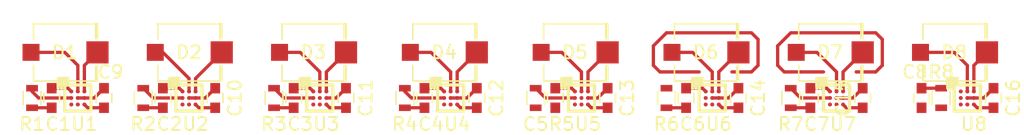
<source format=kicad_pcb>
(kicad_pcb (version 4) (host pcbnew 4.0.7-e2-6376~58~ubuntu16.04.1)

  (general
    (links 86)
    (no_connects 28)
    (area 0 0 0 0)
    (thickness 1.6)
    (drawings 0)
    (tracks 132)
    (zones 0)
    (modules 40)
    (nets 35)
  )

  (page A4)
  (layers
    (0 F.Cu signal)
    (31 B.Cu signal)
    (32 B.Adhes user)
    (33 F.Adhes user)
    (34 B.Paste user)
    (35 F.Paste user)
    (36 B.SilkS user)
    (37 F.SilkS user)
    (38 B.Mask user)
    (39 F.Mask user)
    (40 Dwgs.User user)
    (41 Cmts.User user)
    (42 Eco1.User user)
    (43 Eco2.User user)
    (44 Edge.Cuts user)
    (45 Margin user)
    (46 B.CrtYd user)
    (47 F.CrtYd user)
    (48 B.Fab user)
    (49 F.Fab user)
  )

  (setup
    (last_trace_width 0.25)
    (trace_clearance 0.1905)
    (zone_clearance 0.508)
    (zone_45_only no)
    (trace_min 0.2)
    (segment_width 0.2)
    (edge_width 0.15)
    (via_size 0.6)
    (via_drill 0.4)
    (via_min_size 0.4)
    (via_min_drill 0.3)
    (uvia_size 0.3)
    (uvia_drill 0.1)
    (uvias_allowed no)
    (uvia_min_size 0)
    (uvia_min_drill 0)
    (pcb_text_width 0.3)
    (pcb_text_size 1.5 1.5)
    (mod_edge_width 0.15)
    (mod_text_size 1 1)
    (mod_text_width 0.15)
    (pad_size 1.524 1.524)
    (pad_drill 0.762)
    (pad_to_mask_clearance 0.2)
    (aux_axis_origin 0 0)
    (visible_elements FFFFFF7F)
    (pcbplotparams
      (layerselection 0x00030_80000001)
      (usegerberextensions false)
      (excludeedgelayer true)
      (linewidth 0.100000)
      (plotframeref false)
      (viasonmask false)
      (mode 1)
      (useauxorigin false)
      (hpglpennumber 1)
      (hpglpenspeed 20)
      (hpglpendiameter 15)
      (hpglpenoverlay 2)
      (psnegative false)
      (psa4output false)
      (plotreference true)
      (plotvalue true)
      (plotinvisibletext false)
      (padsonsilk false)
      (subtractmaskfromsilk false)
      (outputformat 1)
      (mirror false)
      (drillshape 1)
      (scaleselection 1)
      (outputdirectory ""))
  )

  (net 0 "")
  (net 1 "Net-(C1-Pad2)")
  (net 2 GND)
  (net 3 "Net-(C2-Pad2)")
  (net 4 "Net-(C3-Pad2)")
  (net 5 "Net-(C4-Pad2)")
  (net 6 "Net-(C5-Pad2)")
  (net 7 "Net-(C6-Pad2)")
  (net 8 "Net-(C7-Pad2)")
  (net 9 "Net-(C8-Pad2)")
  (net 10 "Net-(D1-Pad2)")
  (net 11 "Net-(D1-Pad1)")
  (net 12 "Net-(D2-Pad2)")
  (net 13 "Net-(D2-Pad1)")
  (net 14 "Net-(D3-Pad2)")
  (net 15 "Net-(D3-Pad1)")
  (net 16 "Net-(D4-Pad2)")
  (net 17 "Net-(D4-Pad1)")
  (net 18 "Net-(D5-Pad2)")
  (net 19 "Net-(D5-Pad1)")
  (net 20 "Net-(D6-Pad2)")
  (net 21 "Net-(D6-Pad1)")
  (net 22 "Net-(D7-Pad2)")
  (net 23 "Net-(D7-Pad1)")
  (net 24 "Net-(D8-Pad2)")
  (net 25 "Net-(D8-Pad1)")
  (net 26 "Net-(R1-Pad1)")
  (net 27 "Net-(R2-Pad1)")
  (net 28 "Net-(R3-Pad1)")
  (net 29 "Net-(R4-Pad1)")
  (net 30 "Net-(R5-Pad1)")
  (net 31 "Net-(R6-Pad1)")
  (net 32 "Net-(R7-Pad1)")
  (net 33 "Net-(R8-Pad1)")
  (net 34 +3V3)

  (net_class Default "This is the default net class."
    (clearance 0.1905)
    (trace_width 0.25)
    (via_dia 0.6)
    (via_drill 0.4)
    (uvia_dia 0.3)
    (uvia_drill 0.1)
    (add_net +3V3)
    (add_net GND)
    (add_net "Net-(C1-Pad2)")
    (add_net "Net-(C2-Pad2)")
    (add_net "Net-(C3-Pad2)")
    (add_net "Net-(C4-Pad2)")
    (add_net "Net-(C5-Pad2)")
    (add_net "Net-(C6-Pad2)")
    (add_net "Net-(C7-Pad2)")
    (add_net "Net-(C8-Pad2)")
    (add_net "Net-(D1-Pad1)")
    (add_net "Net-(D1-Pad2)")
    (add_net "Net-(D2-Pad1)")
    (add_net "Net-(D2-Pad2)")
    (add_net "Net-(D3-Pad1)")
    (add_net "Net-(D3-Pad2)")
    (add_net "Net-(D4-Pad1)")
    (add_net "Net-(D4-Pad2)")
    (add_net "Net-(D5-Pad1)")
    (add_net "Net-(D5-Pad2)")
    (add_net "Net-(D6-Pad1)")
    (add_net "Net-(D6-Pad2)")
    (add_net "Net-(D7-Pad1)")
    (add_net "Net-(D7-Pad2)")
    (add_net "Net-(D8-Pad1)")
    (add_net "Net-(D8-Pad2)")
    (add_net "Net-(R1-Pad1)")
    (add_net "Net-(R2-Pad1)")
    (add_net "Net-(R3-Pad1)")
    (add_net "Net-(R4-Pad1)")
    (add_net "Net-(R5-Pad1)")
    (add_net "Net-(R6-Pad1)")
    (add_net "Net-(R7-Pad1)")
    (add_net "Net-(R8-Pad1)")
  )

  (module C_0603 (layer F.Cu) (tedit 5AB9DC6E) (tstamp 5AB9E21A)
    (at 189.5 86 270)
    (descr "Capacitor SMD 0603, reflow soldering, AVX (see smccp.pdf)")
    (tags "capacitor 0603")
    (path /5AB9E4EC)
    (attr smd)
    (fp_text reference C8 (at -2 0.5 360) (layer F.SilkS)
      (effects (font (size 1 1) (thickness 0.15)))
    )
    (fp_text value 1uF (at 0 1.5 270) (layer F.Fab)
      (effects (font (size 1 1) (thickness 0.15)))
    )
    (fp_line (start 1.4 0.65) (end -1.4 0.65) (layer F.CrtYd) (width 0.05))
    (fp_line (start 1.4 0.65) (end 1.4 -0.65) (layer F.CrtYd) (width 0.05))
    (fp_line (start -1.4 -0.65) (end -1.4 0.65) (layer F.CrtYd) (width 0.05))
    (fp_line (start -1.4 -0.65) (end 1.4 -0.65) (layer F.CrtYd) (width 0.05))
    (fp_line (start 0.35 0.6) (end -0.35 0.6) (layer F.SilkS) (width 0.12))
    (fp_line (start -0.35 -0.6) (end 0.35 -0.6) (layer F.SilkS) (width 0.12))
    (fp_line (start -0.8 -0.4) (end 0.8 -0.4) (layer F.Fab) (width 0.1))
    (fp_line (start 0.8 -0.4) (end 0.8 0.4) (layer F.Fab) (width 0.1))
    (fp_line (start 0.8 0.4) (end -0.8 0.4) (layer F.Fab) (width 0.1))
    (fp_line (start -0.8 0.4) (end -0.8 -0.4) (layer F.Fab) (width 0.1))
    (fp_text user %R (at 0 0 270) (layer F.Fab)
      (effects (font (size 0.3 0.3) (thickness 0.075)))
    )
    (pad 2 smd rect (at 0.75 0 270) (size 0.8 0.75) (layers F.Cu F.Paste F.Mask)
      (net 9 "Net-(C8-Pad2)"))
    (pad 1 smd rect (at -0.75 0 270) (size 0.8 0.75) (layers F.Cu F.Paste F.Mask)
      (net 2 GND))
    (model Capacitors_SMD.3dshapes/C_0603.wrl
      (at (xyz 0 0 0))
      (scale (xyz 1 1 1))
      (rotate (xyz 0 0 0))
    )
  )

  (module C_0603 (layer F.Cu) (tedit 5AB9DBCF) (tstamp 5AB9E1A3)
    (at 123 86 90)
    (descr "Capacitor SMD 0603, reflow soldering, AVX (see smccp.pdf)")
    (tags "capacitor 0603")
    (path /5AB9D049)
    (attr smd)
    (fp_text reference C1 (at -2 0.5 180) (layer F.SilkS)
      (effects (font (size 1 1) (thickness 0.15)))
    )
    (fp_text value 1uF (at 0 1.5 90) (layer F.Fab)
      (effects (font (size 1 1) (thickness 0.15)))
    )
    (fp_line (start 1.4 0.65) (end -1.4 0.65) (layer F.CrtYd) (width 0.05))
    (fp_line (start 1.4 0.65) (end 1.4 -0.65) (layer F.CrtYd) (width 0.05))
    (fp_line (start -1.4 -0.65) (end -1.4 0.65) (layer F.CrtYd) (width 0.05))
    (fp_line (start -1.4 -0.65) (end 1.4 -0.65) (layer F.CrtYd) (width 0.05))
    (fp_line (start 0.35 0.6) (end -0.35 0.6) (layer F.SilkS) (width 0.12))
    (fp_line (start -0.35 -0.6) (end 0.35 -0.6) (layer F.SilkS) (width 0.12))
    (fp_line (start -0.8 -0.4) (end 0.8 -0.4) (layer F.Fab) (width 0.1))
    (fp_line (start 0.8 -0.4) (end 0.8 0.4) (layer F.Fab) (width 0.1))
    (fp_line (start 0.8 0.4) (end -0.8 0.4) (layer F.Fab) (width 0.1))
    (fp_line (start -0.8 0.4) (end -0.8 -0.4) (layer F.Fab) (width 0.1))
    (fp_text user %R (at 0 0 90) (layer F.Fab)
      (effects (font (size 0.3 0.3) (thickness 0.075)))
    )
    (pad 2 smd rect (at 0.75 0 90) (size 0.8 0.75) (layers F.Cu F.Paste F.Mask)
      (net 1 "Net-(C1-Pad2)"))
    (pad 1 smd rect (at -0.75 0 90) (size 0.8 0.75) (layers F.Cu F.Paste F.Mask)
      (net 2 GND))
    (model Capacitors_SMD.3dshapes/C_0603.wrl
      (at (xyz 0 0 0))
      (scale (xyz 1 1 1))
      (rotate (xyz 0 0 0))
    )
  )

  (module C_0603 (layer F.Cu) (tedit 5AB9DBD6) (tstamp 5AB9E1B4)
    (at 131.5 86 90)
    (descr "Capacitor SMD 0603, reflow soldering, AVX (see smccp.pdf)")
    (tags "capacitor 0603")
    (path /5AB9E426)
    (attr smd)
    (fp_text reference C2 (at -2 0.5 180) (layer F.SilkS)
      (effects (font (size 1 1) (thickness 0.15)))
    )
    (fp_text value 1uF (at 0 1.5 90) (layer F.Fab)
      (effects (font (size 1 1) (thickness 0.15)))
    )
    (fp_line (start 1.4 0.65) (end -1.4 0.65) (layer F.CrtYd) (width 0.05))
    (fp_line (start 1.4 0.65) (end 1.4 -0.65) (layer F.CrtYd) (width 0.05))
    (fp_line (start -1.4 -0.65) (end -1.4 0.65) (layer F.CrtYd) (width 0.05))
    (fp_line (start -1.4 -0.65) (end 1.4 -0.65) (layer F.CrtYd) (width 0.05))
    (fp_line (start 0.35 0.6) (end -0.35 0.6) (layer F.SilkS) (width 0.12))
    (fp_line (start -0.35 -0.6) (end 0.35 -0.6) (layer F.SilkS) (width 0.12))
    (fp_line (start -0.8 -0.4) (end 0.8 -0.4) (layer F.Fab) (width 0.1))
    (fp_line (start 0.8 -0.4) (end 0.8 0.4) (layer F.Fab) (width 0.1))
    (fp_line (start 0.8 0.4) (end -0.8 0.4) (layer F.Fab) (width 0.1))
    (fp_line (start -0.8 0.4) (end -0.8 -0.4) (layer F.Fab) (width 0.1))
    (fp_text user %R (at 0 0 90) (layer F.Fab)
      (effects (font (size 0.3 0.3) (thickness 0.075)))
    )
    (pad 2 smd rect (at 0.75 0 90) (size 0.8 0.75) (layers F.Cu F.Paste F.Mask)
      (net 3 "Net-(C2-Pad2)"))
    (pad 1 smd rect (at -0.75 0 90) (size 0.8 0.75) (layers F.Cu F.Paste F.Mask)
      (net 2 GND))
    (model Capacitors_SMD.3dshapes/C_0603.wrl
      (at (xyz 0 0 0))
      (scale (xyz 1 1 1))
      (rotate (xyz 0 0 0))
    )
  )

  (module C_0603 (layer F.Cu) (tedit 5AB9DBE6) (tstamp 5AB9E1C5)
    (at 141.5 86 90)
    (descr "Capacitor SMD 0603, reflow soldering, AVX (see smccp.pdf)")
    (tags "capacitor 0603")
    (path /5AB9D4E0)
    (attr smd)
    (fp_text reference C3 (at -2 0.5 180) (layer F.SilkS)
      (effects (font (size 1 1) (thickness 0.15)))
    )
    (fp_text value 1uF (at 0 1.5 90) (layer F.Fab)
      (effects (font (size 1 1) (thickness 0.15)))
    )
    (fp_line (start 1.4 0.65) (end -1.4 0.65) (layer F.CrtYd) (width 0.05))
    (fp_line (start 1.4 0.65) (end 1.4 -0.65) (layer F.CrtYd) (width 0.05))
    (fp_line (start -1.4 -0.65) (end -1.4 0.65) (layer F.CrtYd) (width 0.05))
    (fp_line (start -1.4 -0.65) (end 1.4 -0.65) (layer F.CrtYd) (width 0.05))
    (fp_line (start 0.35 0.6) (end -0.35 0.6) (layer F.SilkS) (width 0.12))
    (fp_line (start -0.35 -0.6) (end 0.35 -0.6) (layer F.SilkS) (width 0.12))
    (fp_line (start -0.8 -0.4) (end 0.8 -0.4) (layer F.Fab) (width 0.1))
    (fp_line (start 0.8 -0.4) (end 0.8 0.4) (layer F.Fab) (width 0.1))
    (fp_line (start 0.8 0.4) (end -0.8 0.4) (layer F.Fab) (width 0.1))
    (fp_line (start -0.8 0.4) (end -0.8 -0.4) (layer F.Fab) (width 0.1))
    (fp_text user %R (at 0 0 90) (layer F.Fab)
      (effects (font (size 0.3 0.3) (thickness 0.075)))
    )
    (pad 2 smd rect (at 0.75 0 90) (size 0.8 0.75) (layers F.Cu F.Paste F.Mask)
      (net 4 "Net-(C3-Pad2)"))
    (pad 1 smd rect (at -0.75 0 90) (size 0.8 0.75) (layers F.Cu F.Paste F.Mask)
      (net 2 GND))
    (model Capacitors_SMD.3dshapes/C_0603.wrl
      (at (xyz 0 0 0))
      (scale (xyz 1 1 1))
      (rotate (xyz 0 0 0))
    )
  )

  (module C_0603 (layer F.Cu) (tedit 5AB9DC09) (tstamp 5AB9E1D6)
    (at 151.5 86 90)
    (descr "Capacitor SMD 0603, reflow soldering, AVX (see smccp.pdf)")
    (tags "capacitor 0603")
    (path /5AB9E468)
    (attr smd)
    (fp_text reference C4 (at -2 0.5 180) (layer F.SilkS)
      (effects (font (size 1 1) (thickness 0.15)))
    )
    (fp_text value 1uF (at 0 1.5 90) (layer F.Fab)
      (effects (font (size 1 1) (thickness 0.15)))
    )
    (fp_line (start 1.4 0.65) (end -1.4 0.65) (layer F.CrtYd) (width 0.05))
    (fp_line (start 1.4 0.65) (end 1.4 -0.65) (layer F.CrtYd) (width 0.05))
    (fp_line (start -1.4 -0.65) (end -1.4 0.65) (layer F.CrtYd) (width 0.05))
    (fp_line (start -1.4 -0.65) (end 1.4 -0.65) (layer F.CrtYd) (width 0.05))
    (fp_line (start 0.35 0.6) (end -0.35 0.6) (layer F.SilkS) (width 0.12))
    (fp_line (start -0.35 -0.6) (end 0.35 -0.6) (layer F.SilkS) (width 0.12))
    (fp_line (start -0.8 -0.4) (end 0.8 -0.4) (layer F.Fab) (width 0.1))
    (fp_line (start 0.8 -0.4) (end 0.8 0.4) (layer F.Fab) (width 0.1))
    (fp_line (start 0.8 0.4) (end -0.8 0.4) (layer F.Fab) (width 0.1))
    (fp_line (start -0.8 0.4) (end -0.8 -0.4) (layer F.Fab) (width 0.1))
    (fp_text user %R (at 0 0 90) (layer F.Fab)
      (effects (font (size 0.3 0.3) (thickness 0.075)))
    )
    (pad 2 smd rect (at 0.75 0 90) (size 0.8 0.75) (layers F.Cu F.Paste F.Mask)
      (net 5 "Net-(C4-Pad2)"))
    (pad 1 smd rect (at -0.75 0 90) (size 0.8 0.75) (layers F.Cu F.Paste F.Mask)
      (net 2 GND))
    (model Capacitors_SMD.3dshapes/C_0603.wrl
      (at (xyz 0 0 0))
      (scale (xyz 1 1 1))
      (rotate (xyz 0 0 0))
    )
  )

  (module C_0603 (layer F.Cu) (tedit 5AB9DC20) (tstamp 5AB9E1E7)
    (at 161.5 86 90)
    (descr "Capacitor SMD 0603, reflow soldering, AVX (see smccp.pdf)")
    (tags "capacitor 0603")
    (path /5AB9D6F2)
    (attr smd)
    (fp_text reference C5 (at -2 -1.5 180) (layer F.SilkS)
      (effects (font (size 1 1) (thickness 0.15)))
    )
    (fp_text value 1uF (at 0 1.5 90) (layer F.Fab)
      (effects (font (size 1 1) (thickness 0.15)))
    )
    (fp_line (start 1.4 0.65) (end -1.4 0.65) (layer F.CrtYd) (width 0.05))
    (fp_line (start 1.4 0.65) (end 1.4 -0.65) (layer F.CrtYd) (width 0.05))
    (fp_line (start -1.4 -0.65) (end -1.4 0.65) (layer F.CrtYd) (width 0.05))
    (fp_line (start -1.4 -0.65) (end 1.4 -0.65) (layer F.CrtYd) (width 0.05))
    (fp_line (start 0.35 0.6) (end -0.35 0.6) (layer F.SilkS) (width 0.12))
    (fp_line (start -0.35 -0.6) (end 0.35 -0.6) (layer F.SilkS) (width 0.12))
    (fp_line (start -0.8 -0.4) (end 0.8 -0.4) (layer F.Fab) (width 0.1))
    (fp_line (start 0.8 -0.4) (end 0.8 0.4) (layer F.Fab) (width 0.1))
    (fp_line (start 0.8 0.4) (end -0.8 0.4) (layer F.Fab) (width 0.1))
    (fp_line (start -0.8 0.4) (end -0.8 -0.4) (layer F.Fab) (width 0.1))
    (fp_text user %R (at 0 0 90) (layer F.Fab)
      (effects (font (size 0.3 0.3) (thickness 0.075)))
    )
    (pad 2 smd rect (at 0.75 0 90) (size 0.8 0.75) (layers F.Cu F.Paste F.Mask)
      (net 6 "Net-(C5-Pad2)"))
    (pad 1 smd rect (at -0.75 0 90) (size 0.8 0.75) (layers F.Cu F.Paste F.Mask)
      (net 2 GND))
    (model Capacitors_SMD.3dshapes/C_0603.wrl
      (at (xyz 0 0 0))
      (scale (xyz 1 1 1))
      (rotate (xyz 0 0 0))
    )
  )

  (module C_0603 (layer F.Cu) (tedit 5AB9DC34) (tstamp 5AB9E1F8)
    (at 171.5 86 90)
    (descr "Capacitor SMD 0603, reflow soldering, AVX (see smccp.pdf)")
    (tags "capacitor 0603")
    (path /5AB9E4AA)
    (attr smd)
    (fp_text reference C6 (at -2 0.5 180) (layer F.SilkS)
      (effects (font (size 1 1) (thickness 0.15)))
    )
    (fp_text value 1uF (at 0 1.5 90) (layer F.Fab)
      (effects (font (size 1 1) (thickness 0.15)))
    )
    (fp_line (start 1.4 0.65) (end -1.4 0.65) (layer F.CrtYd) (width 0.05))
    (fp_line (start 1.4 0.65) (end 1.4 -0.65) (layer F.CrtYd) (width 0.05))
    (fp_line (start -1.4 -0.65) (end -1.4 0.65) (layer F.CrtYd) (width 0.05))
    (fp_line (start -1.4 -0.65) (end 1.4 -0.65) (layer F.CrtYd) (width 0.05))
    (fp_line (start 0.35 0.6) (end -0.35 0.6) (layer F.SilkS) (width 0.12))
    (fp_line (start -0.35 -0.6) (end 0.35 -0.6) (layer F.SilkS) (width 0.12))
    (fp_line (start -0.8 -0.4) (end 0.8 -0.4) (layer F.Fab) (width 0.1))
    (fp_line (start 0.8 -0.4) (end 0.8 0.4) (layer F.Fab) (width 0.1))
    (fp_line (start 0.8 0.4) (end -0.8 0.4) (layer F.Fab) (width 0.1))
    (fp_line (start -0.8 0.4) (end -0.8 -0.4) (layer F.Fab) (width 0.1))
    (fp_text user %R (at 0 0 90) (layer F.Fab)
      (effects (font (size 0.3 0.3) (thickness 0.075)))
    )
    (pad 2 smd rect (at 0.75 0 90) (size 0.8 0.75) (layers F.Cu F.Paste F.Mask)
      (net 7 "Net-(C6-Pad2)"))
    (pad 1 smd rect (at -0.75 0 90) (size 0.8 0.75) (layers F.Cu F.Paste F.Mask)
      (net 2 GND))
    (model Capacitors_SMD.3dshapes/C_0603.wrl
      (at (xyz 0 0 0))
      (scale (xyz 1 1 1))
      (rotate (xyz 0 0 0))
    )
  )

  (module C_0603 (layer F.Cu) (tedit 5AB9DC5B) (tstamp 5AB9E209)
    (at 181 86 90)
    (descr "Capacitor SMD 0603, reflow soldering, AVX (see smccp.pdf)")
    (tags "capacitor 0603")
    (path /5AB9DAC4)
    (attr smd)
    (fp_text reference C7 (at -2 0.5 180) (layer F.SilkS)
      (effects (font (size 1 1) (thickness 0.15)))
    )
    (fp_text value 1uF (at 0 1.5 90) (layer F.Fab)
      (effects (font (size 1 1) (thickness 0.15)))
    )
    (fp_line (start 1.4 0.65) (end -1.4 0.65) (layer F.CrtYd) (width 0.05))
    (fp_line (start 1.4 0.65) (end 1.4 -0.65) (layer F.CrtYd) (width 0.05))
    (fp_line (start -1.4 -0.65) (end -1.4 0.65) (layer F.CrtYd) (width 0.05))
    (fp_line (start -1.4 -0.65) (end 1.4 -0.65) (layer F.CrtYd) (width 0.05))
    (fp_line (start 0.35 0.6) (end -0.35 0.6) (layer F.SilkS) (width 0.12))
    (fp_line (start -0.35 -0.6) (end 0.35 -0.6) (layer F.SilkS) (width 0.12))
    (fp_line (start -0.8 -0.4) (end 0.8 -0.4) (layer F.Fab) (width 0.1))
    (fp_line (start 0.8 -0.4) (end 0.8 0.4) (layer F.Fab) (width 0.1))
    (fp_line (start 0.8 0.4) (end -0.8 0.4) (layer F.Fab) (width 0.1))
    (fp_line (start -0.8 0.4) (end -0.8 -0.4) (layer F.Fab) (width 0.1))
    (fp_text user %R (at 0 0 90) (layer F.Fab)
      (effects (font (size 0.3 0.3) (thickness 0.075)))
    )
    (pad 2 smd rect (at 0.75 0 90) (size 0.8 0.75) (layers F.Cu F.Paste F.Mask)
      (net 8 "Net-(C7-Pad2)"))
    (pad 1 smd rect (at -0.75 0 90) (size 0.8 0.75) (layers F.Cu F.Paste F.Mask)
      (net 2 GND))
    (model Capacitors_SMD.3dshapes/C_0603.wrl
      (at (xyz 0 0 0))
      (scale (xyz 1 1 1))
      (rotate (xyz 0 0 0))
    )
  )

  (module VBPW34FASR (layer F.Cu) (tedit 5AB9DB9E) (tstamp 5AB9E244)
    (at 126.5 82.5 180)
    (descr "PhotoDiode, plastic DIL, 4.3x4.65mm², RM5.08")
    (tags "PhotoDiode plastic DIL RM5.08")
    (path /5AB9CEE1)
    (fp_text reference D1 (at 2.5 0 180) (layer F.SilkS)
      (effects (font (size 1 1) (thickness 0.15)))
    )
    (fp_text value VBPW34FASR (at 2.54 3.17 180) (layer F.Fab)
      (effects (font (size 1 1) (thickness 0.15)))
    )
    (fp_line (start 3.79 1.5) (end 3.79 -1.5) (layer F.Fab) (width 0.1))
    (fp_line (start 0.79 -1.5) (end 0.79 1.5) (layer F.Fab) (width 0.1))
    (fp_line (start 0.09 1.05) (end 0.09 2.2) (layer F.SilkS) (width 0.12))
    (fp_line (start 0.04 2.2) (end 0.04 1.05) (layer F.SilkS) (width 0.12))
    (fp_line (start -0.01 1.05) (end -0.01 2.2) (layer F.SilkS) (width 0.12))
    (fp_line (start -0.01 -1.05) (end -0.01 -2.2) (layer F.SilkS) (width 0.12))
    (fp_line (start 0.09 -2.2) (end 0.09 -1.05) (layer F.SilkS) (width 0.12))
    (fp_line (start 0.04 -2.2) (end 0.04 -1.05) (layer F.SilkS) (width 0.12))
    (fp_line (start 0.14 -1.05) (end 0.14 -2.2) (layer F.SilkS) (width 0.12))
    (fp_line (start 4.89 1) (end 4.89 2.2) (layer F.SilkS) (width 0.12))
    (fp_line (start 4.89 2.2) (end 0.14 2.2) (layer F.SilkS) (width 0.12))
    (fp_line (start 0.14 2.2) (end 0.14 1.05) (layer F.SilkS) (width 0.12))
    (fp_line (start 0.14 -2.2) (end 4.89 -2.2) (layer F.SilkS) (width 0.12))
    (fp_line (start 4.89 -2.2) (end 4.89 -1) (layer F.SilkS) (width 0.12))
    (fp_line (start 4.84 -2.15) (end 4.84 2.15) (layer F.Fab) (width 0.1))
    (fp_line (start 4.84 2.15) (end 0.19 2.15) (layer F.Fab) (width 0.1))
    (fp_line (start 0.19 2.15) (end 0.19 -1.5) (layer F.Fab) (width 0.1))
    (fp_line (start 0.19 -1.5) (end 0.84 -2.15) (layer F.Fab) (width 0.1))
    (fp_line (start 0.84 -2.15) (end 4.84 -2.15) (layer F.Fab) (width 0.1))
    (fp_line (start 0.79 1.5) (end 3.79 1.5) (layer F.Fab) (width 0.1))
    (fp_line (start 3.79 -1.5) (end 0.79 -1.5) (layer F.Fab) (width 0.1))
    (fp_line (start 2.79 -0.38) (end 3.05 -0.38) (layer F.Fab) (width 0.1))
    (fp_line (start 2.79 -0.38) (end 2.79 -0.64) (layer F.Fab) (width 0.1))
    (fp_line (start 2.29 -0.38) (end 2.54 -0.38) (layer F.Fab) (width 0.1))
    (fp_line (start 2.29 -0.38) (end 2.29 -0.64) (layer F.Fab) (width 0.1))
    (fp_line (start 3.05 -1.14) (end 2.29 -0.38) (layer F.Fab) (width 0.1))
    (fp_line (start 3.56 -1.14) (end 2.79 -0.38) (layer F.Fab) (width 0.1))
    (fp_line (start 2.03 0.64) (end 2.67 0) (layer F.Fab) (width 0.1))
    (fp_line (start 2.67 0) (end 2.67 1.27) (layer F.Fab) (width 0.1))
    (fp_line (start 2.67 1.27) (end 2.03 0.64) (layer F.Fab) (width 0.1))
    (fp_line (start 2.03 0) (end 2.03 1.27) (layer F.Fab) (width 0.1))
    (fp_line (start 1.02 0.64) (end 3.56 0.64) (layer F.Fab) (width 0.1))
    (fp_line (start -1.1 -2.4) (end 6.18 -2.4) (layer F.CrtYd) (width 0.05))
    (fp_line (start -1.1 -2.4) (end -1.1 2.4) (layer F.CrtYd) (width 0.05))
    (fp_line (start 6.18 2.4) (end 6.18 -2.4) (layer F.CrtYd) (width 0.05))
    (fp_line (start 6.18 2.4) (end -1.1 2.4) (layer F.CrtYd) (width 0.05))
    (pad 2 smd rect (at 5.08 0) (size 1.3 1.3) (layers F.Cu F.Paste F.Mask)
      (net 10 "Net-(D1-Pad2)"))
    (pad 1 smd rect (at 0 0) (size 1.7 1.7) (layers F.Cu F.Paste F.Mask)
      (net 11 "Net-(D1-Pad1)"))
  )

  (module VBPW34FASR (layer F.Cu) (tedit 5AB9DB92) (tstamp 5AB9E26E)
    (at 136 82.5 180)
    (descr "PhotoDiode, plastic DIL, 4.3x4.65mm², RM5.08")
    (tags "PhotoDiode plastic DIL RM5.08")
    (path /5AB9E40C)
    (fp_text reference D2 (at 2.5 0 180) (layer F.SilkS)
      (effects (font (size 1 1) (thickness 0.15)))
    )
    (fp_text value VBPW34FASR (at 2.54 3.17 180) (layer F.Fab)
      (effects (font (size 1 1) (thickness 0.15)))
    )
    (fp_line (start 3.79 1.5) (end 3.79 -1.5) (layer F.Fab) (width 0.1))
    (fp_line (start 0.79 -1.5) (end 0.79 1.5) (layer F.Fab) (width 0.1))
    (fp_line (start 0.09 1.05) (end 0.09 2.2) (layer F.SilkS) (width 0.12))
    (fp_line (start 0.04 2.2) (end 0.04 1.05) (layer F.SilkS) (width 0.12))
    (fp_line (start -0.01 1.05) (end -0.01 2.2) (layer F.SilkS) (width 0.12))
    (fp_line (start -0.01 -1.05) (end -0.01 -2.2) (layer F.SilkS) (width 0.12))
    (fp_line (start 0.09 -2.2) (end 0.09 -1.05) (layer F.SilkS) (width 0.12))
    (fp_line (start 0.04 -2.2) (end 0.04 -1.05) (layer F.SilkS) (width 0.12))
    (fp_line (start 0.14 -1.05) (end 0.14 -2.2) (layer F.SilkS) (width 0.12))
    (fp_line (start 4.89 1) (end 4.89 2.2) (layer F.SilkS) (width 0.12))
    (fp_line (start 4.89 2.2) (end 0.14 2.2) (layer F.SilkS) (width 0.12))
    (fp_line (start 0.14 2.2) (end 0.14 1.05) (layer F.SilkS) (width 0.12))
    (fp_line (start 0.14 -2.2) (end 4.89 -2.2) (layer F.SilkS) (width 0.12))
    (fp_line (start 4.89 -2.2) (end 4.89 -1) (layer F.SilkS) (width 0.12))
    (fp_line (start 4.84 -2.15) (end 4.84 2.15) (layer F.Fab) (width 0.1))
    (fp_line (start 4.84 2.15) (end 0.19 2.15) (layer F.Fab) (width 0.1))
    (fp_line (start 0.19 2.15) (end 0.19 -1.5) (layer F.Fab) (width 0.1))
    (fp_line (start 0.19 -1.5) (end 0.84 -2.15) (layer F.Fab) (width 0.1))
    (fp_line (start 0.84 -2.15) (end 4.84 -2.15) (layer F.Fab) (width 0.1))
    (fp_line (start 0.79 1.5) (end 3.79 1.5) (layer F.Fab) (width 0.1))
    (fp_line (start 3.79 -1.5) (end 0.79 -1.5) (layer F.Fab) (width 0.1))
    (fp_line (start 2.79 -0.38) (end 3.05 -0.38) (layer F.Fab) (width 0.1))
    (fp_line (start 2.79 -0.38) (end 2.79 -0.64) (layer F.Fab) (width 0.1))
    (fp_line (start 2.29 -0.38) (end 2.54 -0.38) (layer F.Fab) (width 0.1))
    (fp_line (start 2.29 -0.38) (end 2.29 -0.64) (layer F.Fab) (width 0.1))
    (fp_line (start 3.05 -1.14) (end 2.29 -0.38) (layer F.Fab) (width 0.1))
    (fp_line (start 3.56 -1.14) (end 2.79 -0.38) (layer F.Fab) (width 0.1))
    (fp_line (start 2.03 0.64) (end 2.67 0) (layer F.Fab) (width 0.1))
    (fp_line (start 2.67 0) (end 2.67 1.27) (layer F.Fab) (width 0.1))
    (fp_line (start 2.67 1.27) (end 2.03 0.64) (layer F.Fab) (width 0.1))
    (fp_line (start 2.03 0) (end 2.03 1.27) (layer F.Fab) (width 0.1))
    (fp_line (start 1.02 0.64) (end 3.56 0.64) (layer F.Fab) (width 0.1))
    (fp_line (start -1.1 -2.4) (end 6.18 -2.4) (layer F.CrtYd) (width 0.05))
    (fp_line (start -1.1 -2.4) (end -1.1 2.4) (layer F.CrtYd) (width 0.05))
    (fp_line (start 6.18 2.4) (end 6.18 -2.4) (layer F.CrtYd) (width 0.05))
    (fp_line (start 6.18 2.4) (end -1.1 2.4) (layer F.CrtYd) (width 0.05))
    (pad 2 smd rect (at 5.08 0) (size 1.3 1.3) (layers F.Cu F.Paste F.Mask)
      (net 12 "Net-(D2-Pad2)"))
    (pad 1 smd rect (at 0 0) (size 1.7 1.7) (layers F.Cu F.Paste F.Mask)
      (net 13 "Net-(D2-Pad1)"))
  )

  (module VBPW34FASR (layer F.Cu) (tedit 5AB9DC15) (tstamp 5AB9E298)
    (at 145.5 82.5 180)
    (descr "PhotoDiode, plastic DIL, 4.3x4.65mm², RM5.08")
    (tags "PhotoDiode plastic DIL RM5.08")
    (path /5AB9D4C6)
    (fp_text reference D3 (at 2.5 0 180) (layer F.SilkS)
      (effects (font (size 1 1) (thickness 0.15)))
    )
    (fp_text value VBPW34FASR (at 2.54 3.17 180) (layer F.Fab)
      (effects (font (size 1 1) (thickness 0.15)))
    )
    (fp_line (start 3.79 1.5) (end 3.79 -1.5) (layer F.Fab) (width 0.1))
    (fp_line (start 0.79 -1.5) (end 0.79 1.5) (layer F.Fab) (width 0.1))
    (fp_line (start 0.09 1.05) (end 0.09 2.2) (layer F.SilkS) (width 0.12))
    (fp_line (start 0.04 2.2) (end 0.04 1.05) (layer F.SilkS) (width 0.12))
    (fp_line (start -0.01 1.05) (end -0.01 2.2) (layer F.SilkS) (width 0.12))
    (fp_line (start -0.01 -1.05) (end -0.01 -2.2) (layer F.SilkS) (width 0.12))
    (fp_line (start 0.09 -2.2) (end 0.09 -1.05) (layer F.SilkS) (width 0.12))
    (fp_line (start 0.04 -2.2) (end 0.04 -1.05) (layer F.SilkS) (width 0.12))
    (fp_line (start 0.14 -1.05) (end 0.14 -2.2) (layer F.SilkS) (width 0.12))
    (fp_line (start 4.89 1) (end 4.89 2.2) (layer F.SilkS) (width 0.12))
    (fp_line (start 4.89 2.2) (end 0.14 2.2) (layer F.SilkS) (width 0.12))
    (fp_line (start 0.14 2.2) (end 0.14 1.05) (layer F.SilkS) (width 0.12))
    (fp_line (start 0.14 -2.2) (end 4.89 -2.2) (layer F.SilkS) (width 0.12))
    (fp_line (start 4.89 -2.2) (end 4.89 -1) (layer F.SilkS) (width 0.12))
    (fp_line (start 4.84 -2.15) (end 4.84 2.15) (layer F.Fab) (width 0.1))
    (fp_line (start 4.84 2.15) (end 0.19 2.15) (layer F.Fab) (width 0.1))
    (fp_line (start 0.19 2.15) (end 0.19 -1.5) (layer F.Fab) (width 0.1))
    (fp_line (start 0.19 -1.5) (end 0.84 -2.15) (layer F.Fab) (width 0.1))
    (fp_line (start 0.84 -2.15) (end 4.84 -2.15) (layer F.Fab) (width 0.1))
    (fp_line (start 0.79 1.5) (end 3.79 1.5) (layer F.Fab) (width 0.1))
    (fp_line (start 3.79 -1.5) (end 0.79 -1.5) (layer F.Fab) (width 0.1))
    (fp_line (start 2.79 -0.38) (end 3.05 -0.38) (layer F.Fab) (width 0.1))
    (fp_line (start 2.79 -0.38) (end 2.79 -0.64) (layer F.Fab) (width 0.1))
    (fp_line (start 2.29 -0.38) (end 2.54 -0.38) (layer F.Fab) (width 0.1))
    (fp_line (start 2.29 -0.38) (end 2.29 -0.64) (layer F.Fab) (width 0.1))
    (fp_line (start 3.05 -1.14) (end 2.29 -0.38) (layer F.Fab) (width 0.1))
    (fp_line (start 3.56 -1.14) (end 2.79 -0.38) (layer F.Fab) (width 0.1))
    (fp_line (start 2.03 0.64) (end 2.67 0) (layer F.Fab) (width 0.1))
    (fp_line (start 2.67 0) (end 2.67 1.27) (layer F.Fab) (width 0.1))
    (fp_line (start 2.67 1.27) (end 2.03 0.64) (layer F.Fab) (width 0.1))
    (fp_line (start 2.03 0) (end 2.03 1.27) (layer F.Fab) (width 0.1))
    (fp_line (start 1.02 0.64) (end 3.56 0.64) (layer F.Fab) (width 0.1))
    (fp_line (start -1.1 -2.4) (end 6.18 -2.4) (layer F.CrtYd) (width 0.05))
    (fp_line (start -1.1 -2.4) (end -1.1 2.4) (layer F.CrtYd) (width 0.05))
    (fp_line (start 6.18 2.4) (end 6.18 -2.4) (layer F.CrtYd) (width 0.05))
    (fp_line (start 6.18 2.4) (end -1.1 2.4) (layer F.CrtYd) (width 0.05))
    (pad 2 smd rect (at 5.08 0) (size 1.3 1.3) (layers F.Cu F.Paste F.Mask)
      (net 14 "Net-(D3-Pad2)"))
    (pad 1 smd rect (at 0 0) (size 1.7 1.7) (layers F.Cu F.Paste F.Mask)
      (net 15 "Net-(D3-Pad1)"))
  )

  (module VBPW34FASR (layer F.Cu) (tedit 5AB9DC12) (tstamp 5AB9E2C2)
    (at 155.5 82.5 180)
    (descr "PhotoDiode, plastic DIL, 4.3x4.65mm², RM5.08")
    (tags "PhotoDiode plastic DIL RM5.08")
    (path /5AB9E44E)
    (fp_text reference D4 (at 2.5 0 180) (layer F.SilkS)
      (effects (font (size 1 1) (thickness 0.15)))
    )
    (fp_text value VBPW34FASR (at 2.54 3.17 180) (layer F.Fab)
      (effects (font (size 1 1) (thickness 0.15)))
    )
    (fp_line (start 3.79 1.5) (end 3.79 -1.5) (layer F.Fab) (width 0.1))
    (fp_line (start 0.79 -1.5) (end 0.79 1.5) (layer F.Fab) (width 0.1))
    (fp_line (start 0.09 1.05) (end 0.09 2.2) (layer F.SilkS) (width 0.12))
    (fp_line (start 0.04 2.2) (end 0.04 1.05) (layer F.SilkS) (width 0.12))
    (fp_line (start -0.01 1.05) (end -0.01 2.2) (layer F.SilkS) (width 0.12))
    (fp_line (start -0.01 -1.05) (end -0.01 -2.2) (layer F.SilkS) (width 0.12))
    (fp_line (start 0.09 -2.2) (end 0.09 -1.05) (layer F.SilkS) (width 0.12))
    (fp_line (start 0.04 -2.2) (end 0.04 -1.05) (layer F.SilkS) (width 0.12))
    (fp_line (start 0.14 -1.05) (end 0.14 -2.2) (layer F.SilkS) (width 0.12))
    (fp_line (start 4.89 1) (end 4.89 2.2) (layer F.SilkS) (width 0.12))
    (fp_line (start 4.89 2.2) (end 0.14 2.2) (layer F.SilkS) (width 0.12))
    (fp_line (start 0.14 2.2) (end 0.14 1.05) (layer F.SilkS) (width 0.12))
    (fp_line (start 0.14 -2.2) (end 4.89 -2.2) (layer F.SilkS) (width 0.12))
    (fp_line (start 4.89 -2.2) (end 4.89 -1) (layer F.SilkS) (width 0.12))
    (fp_line (start 4.84 -2.15) (end 4.84 2.15) (layer F.Fab) (width 0.1))
    (fp_line (start 4.84 2.15) (end 0.19 2.15) (layer F.Fab) (width 0.1))
    (fp_line (start 0.19 2.15) (end 0.19 -1.5) (layer F.Fab) (width 0.1))
    (fp_line (start 0.19 -1.5) (end 0.84 -2.15) (layer F.Fab) (width 0.1))
    (fp_line (start 0.84 -2.15) (end 4.84 -2.15) (layer F.Fab) (width 0.1))
    (fp_line (start 0.79 1.5) (end 3.79 1.5) (layer F.Fab) (width 0.1))
    (fp_line (start 3.79 -1.5) (end 0.79 -1.5) (layer F.Fab) (width 0.1))
    (fp_line (start 2.79 -0.38) (end 3.05 -0.38) (layer F.Fab) (width 0.1))
    (fp_line (start 2.79 -0.38) (end 2.79 -0.64) (layer F.Fab) (width 0.1))
    (fp_line (start 2.29 -0.38) (end 2.54 -0.38) (layer F.Fab) (width 0.1))
    (fp_line (start 2.29 -0.38) (end 2.29 -0.64) (layer F.Fab) (width 0.1))
    (fp_line (start 3.05 -1.14) (end 2.29 -0.38) (layer F.Fab) (width 0.1))
    (fp_line (start 3.56 -1.14) (end 2.79 -0.38) (layer F.Fab) (width 0.1))
    (fp_line (start 2.03 0.64) (end 2.67 0) (layer F.Fab) (width 0.1))
    (fp_line (start 2.67 0) (end 2.67 1.27) (layer F.Fab) (width 0.1))
    (fp_line (start 2.67 1.27) (end 2.03 0.64) (layer F.Fab) (width 0.1))
    (fp_line (start 2.03 0) (end 2.03 1.27) (layer F.Fab) (width 0.1))
    (fp_line (start 1.02 0.64) (end 3.56 0.64) (layer F.Fab) (width 0.1))
    (fp_line (start -1.1 -2.4) (end 6.18 -2.4) (layer F.CrtYd) (width 0.05))
    (fp_line (start -1.1 -2.4) (end -1.1 2.4) (layer F.CrtYd) (width 0.05))
    (fp_line (start 6.18 2.4) (end 6.18 -2.4) (layer F.CrtYd) (width 0.05))
    (fp_line (start 6.18 2.4) (end -1.1 2.4) (layer F.CrtYd) (width 0.05))
    (pad 2 smd rect (at 5.08 0) (size 1.3 1.3) (layers F.Cu F.Paste F.Mask)
      (net 16 "Net-(D4-Pad2)"))
    (pad 1 smd rect (at 0 0) (size 1.7 1.7) (layers F.Cu F.Paste F.Mask)
      (net 17 "Net-(D4-Pad1)"))
  )

  (module VBPW34FASR (layer F.Cu) (tedit 5AB9DC18) (tstamp 5AB9E2EC)
    (at 165.5 82.5 180)
    (descr "PhotoDiode, plastic DIL, 4.3x4.65mm², RM5.08")
    (tags "PhotoDiode plastic DIL RM5.08")
    (path /5AB9D6D8)
    (fp_text reference D5 (at 2.5 0 180) (layer F.SilkS)
      (effects (font (size 1 1) (thickness 0.15)))
    )
    (fp_text value VBPW34FASR (at 2.54 3.17 180) (layer F.Fab)
      (effects (font (size 1 1) (thickness 0.15)))
    )
    (fp_line (start 3.79 1.5) (end 3.79 -1.5) (layer F.Fab) (width 0.1))
    (fp_line (start 0.79 -1.5) (end 0.79 1.5) (layer F.Fab) (width 0.1))
    (fp_line (start 0.09 1.05) (end 0.09 2.2) (layer F.SilkS) (width 0.12))
    (fp_line (start 0.04 2.2) (end 0.04 1.05) (layer F.SilkS) (width 0.12))
    (fp_line (start -0.01 1.05) (end -0.01 2.2) (layer F.SilkS) (width 0.12))
    (fp_line (start -0.01 -1.05) (end -0.01 -2.2) (layer F.SilkS) (width 0.12))
    (fp_line (start 0.09 -2.2) (end 0.09 -1.05) (layer F.SilkS) (width 0.12))
    (fp_line (start 0.04 -2.2) (end 0.04 -1.05) (layer F.SilkS) (width 0.12))
    (fp_line (start 0.14 -1.05) (end 0.14 -2.2) (layer F.SilkS) (width 0.12))
    (fp_line (start 4.89 1) (end 4.89 2.2) (layer F.SilkS) (width 0.12))
    (fp_line (start 4.89 2.2) (end 0.14 2.2) (layer F.SilkS) (width 0.12))
    (fp_line (start 0.14 2.2) (end 0.14 1.05) (layer F.SilkS) (width 0.12))
    (fp_line (start 0.14 -2.2) (end 4.89 -2.2) (layer F.SilkS) (width 0.12))
    (fp_line (start 4.89 -2.2) (end 4.89 -1) (layer F.SilkS) (width 0.12))
    (fp_line (start 4.84 -2.15) (end 4.84 2.15) (layer F.Fab) (width 0.1))
    (fp_line (start 4.84 2.15) (end 0.19 2.15) (layer F.Fab) (width 0.1))
    (fp_line (start 0.19 2.15) (end 0.19 -1.5) (layer F.Fab) (width 0.1))
    (fp_line (start 0.19 -1.5) (end 0.84 -2.15) (layer F.Fab) (width 0.1))
    (fp_line (start 0.84 -2.15) (end 4.84 -2.15) (layer F.Fab) (width 0.1))
    (fp_line (start 0.79 1.5) (end 3.79 1.5) (layer F.Fab) (width 0.1))
    (fp_line (start 3.79 -1.5) (end 0.79 -1.5) (layer F.Fab) (width 0.1))
    (fp_line (start 2.79 -0.38) (end 3.05 -0.38) (layer F.Fab) (width 0.1))
    (fp_line (start 2.79 -0.38) (end 2.79 -0.64) (layer F.Fab) (width 0.1))
    (fp_line (start 2.29 -0.38) (end 2.54 -0.38) (layer F.Fab) (width 0.1))
    (fp_line (start 2.29 -0.38) (end 2.29 -0.64) (layer F.Fab) (width 0.1))
    (fp_line (start 3.05 -1.14) (end 2.29 -0.38) (layer F.Fab) (width 0.1))
    (fp_line (start 3.56 -1.14) (end 2.79 -0.38) (layer F.Fab) (width 0.1))
    (fp_line (start 2.03 0.64) (end 2.67 0) (layer F.Fab) (width 0.1))
    (fp_line (start 2.67 0) (end 2.67 1.27) (layer F.Fab) (width 0.1))
    (fp_line (start 2.67 1.27) (end 2.03 0.64) (layer F.Fab) (width 0.1))
    (fp_line (start 2.03 0) (end 2.03 1.27) (layer F.Fab) (width 0.1))
    (fp_line (start 1.02 0.64) (end 3.56 0.64) (layer F.Fab) (width 0.1))
    (fp_line (start -1.1 -2.4) (end 6.18 -2.4) (layer F.CrtYd) (width 0.05))
    (fp_line (start -1.1 -2.4) (end -1.1 2.4) (layer F.CrtYd) (width 0.05))
    (fp_line (start 6.18 2.4) (end 6.18 -2.4) (layer F.CrtYd) (width 0.05))
    (fp_line (start 6.18 2.4) (end -1.1 2.4) (layer F.CrtYd) (width 0.05))
    (pad 2 smd rect (at 5.08 0) (size 1.3 1.3) (layers F.Cu F.Paste F.Mask)
      (net 18 "Net-(D5-Pad2)"))
    (pad 1 smd rect (at 0 0) (size 1.7 1.7) (layers F.Cu F.Paste F.Mask)
      (net 19 "Net-(D5-Pad1)"))
  )

  (module VBPW34FASR (layer F.Cu) (tedit 5AB9DC42) (tstamp 5AB9E316)
    (at 175.5 82.5 180)
    (descr "PhotoDiode, plastic DIL, 4.3x4.65mm², RM5.08")
    (tags "PhotoDiode plastic DIL RM5.08")
    (path /5AB9E490)
    (fp_text reference D6 (at 2.5 0 180) (layer F.SilkS)
      (effects (font (size 1 1) (thickness 0.15)))
    )
    (fp_text value VBPW34FASR (at 2.54 3.17 180) (layer F.Fab)
      (effects (font (size 1 1) (thickness 0.15)))
    )
    (fp_line (start 3.79 1.5) (end 3.79 -1.5) (layer F.Fab) (width 0.1))
    (fp_line (start 0.79 -1.5) (end 0.79 1.5) (layer F.Fab) (width 0.1))
    (fp_line (start 0.09 1.05) (end 0.09 2.2) (layer F.SilkS) (width 0.12))
    (fp_line (start 0.04 2.2) (end 0.04 1.05) (layer F.SilkS) (width 0.12))
    (fp_line (start -0.01 1.05) (end -0.01 2.2) (layer F.SilkS) (width 0.12))
    (fp_line (start -0.01 -1.05) (end -0.01 -2.2) (layer F.SilkS) (width 0.12))
    (fp_line (start 0.09 -2.2) (end 0.09 -1.05) (layer F.SilkS) (width 0.12))
    (fp_line (start 0.04 -2.2) (end 0.04 -1.05) (layer F.SilkS) (width 0.12))
    (fp_line (start 0.14 -1.05) (end 0.14 -2.2) (layer F.SilkS) (width 0.12))
    (fp_line (start 4.89 1) (end 4.89 2.2) (layer F.SilkS) (width 0.12))
    (fp_line (start 4.89 2.2) (end 0.14 2.2) (layer F.SilkS) (width 0.12))
    (fp_line (start 0.14 2.2) (end 0.14 1.05) (layer F.SilkS) (width 0.12))
    (fp_line (start 0.14 -2.2) (end 4.89 -2.2) (layer F.SilkS) (width 0.12))
    (fp_line (start 4.89 -2.2) (end 4.89 -1) (layer F.SilkS) (width 0.12))
    (fp_line (start 4.84 -2.15) (end 4.84 2.15) (layer F.Fab) (width 0.1))
    (fp_line (start 4.84 2.15) (end 0.19 2.15) (layer F.Fab) (width 0.1))
    (fp_line (start 0.19 2.15) (end 0.19 -1.5) (layer F.Fab) (width 0.1))
    (fp_line (start 0.19 -1.5) (end 0.84 -2.15) (layer F.Fab) (width 0.1))
    (fp_line (start 0.84 -2.15) (end 4.84 -2.15) (layer F.Fab) (width 0.1))
    (fp_line (start 0.79 1.5) (end 3.79 1.5) (layer F.Fab) (width 0.1))
    (fp_line (start 3.79 -1.5) (end 0.79 -1.5) (layer F.Fab) (width 0.1))
    (fp_line (start 2.79 -0.38) (end 3.05 -0.38) (layer F.Fab) (width 0.1))
    (fp_line (start 2.79 -0.38) (end 2.79 -0.64) (layer F.Fab) (width 0.1))
    (fp_line (start 2.29 -0.38) (end 2.54 -0.38) (layer F.Fab) (width 0.1))
    (fp_line (start 2.29 -0.38) (end 2.29 -0.64) (layer F.Fab) (width 0.1))
    (fp_line (start 3.05 -1.14) (end 2.29 -0.38) (layer F.Fab) (width 0.1))
    (fp_line (start 3.56 -1.14) (end 2.79 -0.38) (layer F.Fab) (width 0.1))
    (fp_line (start 2.03 0.64) (end 2.67 0) (layer F.Fab) (width 0.1))
    (fp_line (start 2.67 0) (end 2.67 1.27) (layer F.Fab) (width 0.1))
    (fp_line (start 2.67 1.27) (end 2.03 0.64) (layer F.Fab) (width 0.1))
    (fp_line (start 2.03 0) (end 2.03 1.27) (layer F.Fab) (width 0.1))
    (fp_line (start 1.02 0.64) (end 3.56 0.64) (layer F.Fab) (width 0.1))
    (fp_line (start -1.1 -2.4) (end 6.18 -2.4) (layer F.CrtYd) (width 0.05))
    (fp_line (start -1.1 -2.4) (end -1.1 2.4) (layer F.CrtYd) (width 0.05))
    (fp_line (start 6.18 2.4) (end 6.18 -2.4) (layer F.CrtYd) (width 0.05))
    (fp_line (start 6.18 2.4) (end -1.1 2.4) (layer F.CrtYd) (width 0.05))
    (pad 2 smd rect (at 5.08 0) (size 1.3 1.3) (layers F.Cu F.Paste F.Mask)
      (net 20 "Net-(D6-Pad2)"))
    (pad 1 smd rect (at 0 0) (size 1.7 1.7) (layers F.Cu F.Paste F.Mask)
      (net 21 "Net-(D6-Pad1)"))
  )

  (module VBPW34FASR (layer F.Cu) (tedit 5AB9DC62) (tstamp 5AB9E340)
    (at 185 82.5 180)
    (descr "PhotoDiode, plastic DIL, 4.3x4.65mm², RM5.08")
    (tags "PhotoDiode plastic DIL RM5.08")
    (path /5AB9DAAA)
    (fp_text reference D7 (at 2.5 0 180) (layer F.SilkS)
      (effects (font (size 1 1) (thickness 0.15)))
    )
    (fp_text value VBPW34FASR (at 2.54 3.17 180) (layer F.Fab)
      (effects (font (size 1 1) (thickness 0.15)))
    )
    (fp_line (start 3.79 1.5) (end 3.79 -1.5) (layer F.Fab) (width 0.1))
    (fp_line (start 0.79 -1.5) (end 0.79 1.5) (layer F.Fab) (width 0.1))
    (fp_line (start 0.09 1.05) (end 0.09 2.2) (layer F.SilkS) (width 0.12))
    (fp_line (start 0.04 2.2) (end 0.04 1.05) (layer F.SilkS) (width 0.12))
    (fp_line (start -0.01 1.05) (end -0.01 2.2) (layer F.SilkS) (width 0.12))
    (fp_line (start -0.01 -1.05) (end -0.01 -2.2) (layer F.SilkS) (width 0.12))
    (fp_line (start 0.09 -2.2) (end 0.09 -1.05) (layer F.SilkS) (width 0.12))
    (fp_line (start 0.04 -2.2) (end 0.04 -1.05) (layer F.SilkS) (width 0.12))
    (fp_line (start 0.14 -1.05) (end 0.14 -2.2) (layer F.SilkS) (width 0.12))
    (fp_line (start 4.89 1) (end 4.89 2.2) (layer F.SilkS) (width 0.12))
    (fp_line (start 4.89 2.2) (end 0.14 2.2) (layer F.SilkS) (width 0.12))
    (fp_line (start 0.14 2.2) (end 0.14 1.05) (layer F.SilkS) (width 0.12))
    (fp_line (start 0.14 -2.2) (end 4.89 -2.2) (layer F.SilkS) (width 0.12))
    (fp_line (start 4.89 -2.2) (end 4.89 -1) (layer F.SilkS) (width 0.12))
    (fp_line (start 4.84 -2.15) (end 4.84 2.15) (layer F.Fab) (width 0.1))
    (fp_line (start 4.84 2.15) (end 0.19 2.15) (layer F.Fab) (width 0.1))
    (fp_line (start 0.19 2.15) (end 0.19 -1.5) (layer F.Fab) (width 0.1))
    (fp_line (start 0.19 -1.5) (end 0.84 -2.15) (layer F.Fab) (width 0.1))
    (fp_line (start 0.84 -2.15) (end 4.84 -2.15) (layer F.Fab) (width 0.1))
    (fp_line (start 0.79 1.5) (end 3.79 1.5) (layer F.Fab) (width 0.1))
    (fp_line (start 3.79 -1.5) (end 0.79 -1.5) (layer F.Fab) (width 0.1))
    (fp_line (start 2.79 -0.38) (end 3.05 -0.38) (layer F.Fab) (width 0.1))
    (fp_line (start 2.79 -0.38) (end 2.79 -0.64) (layer F.Fab) (width 0.1))
    (fp_line (start 2.29 -0.38) (end 2.54 -0.38) (layer F.Fab) (width 0.1))
    (fp_line (start 2.29 -0.38) (end 2.29 -0.64) (layer F.Fab) (width 0.1))
    (fp_line (start 3.05 -1.14) (end 2.29 -0.38) (layer F.Fab) (width 0.1))
    (fp_line (start 3.56 -1.14) (end 2.79 -0.38) (layer F.Fab) (width 0.1))
    (fp_line (start 2.03 0.64) (end 2.67 0) (layer F.Fab) (width 0.1))
    (fp_line (start 2.67 0) (end 2.67 1.27) (layer F.Fab) (width 0.1))
    (fp_line (start 2.67 1.27) (end 2.03 0.64) (layer F.Fab) (width 0.1))
    (fp_line (start 2.03 0) (end 2.03 1.27) (layer F.Fab) (width 0.1))
    (fp_line (start 1.02 0.64) (end 3.56 0.64) (layer F.Fab) (width 0.1))
    (fp_line (start -1.1 -2.4) (end 6.18 -2.4) (layer F.CrtYd) (width 0.05))
    (fp_line (start -1.1 -2.4) (end -1.1 2.4) (layer F.CrtYd) (width 0.05))
    (fp_line (start 6.18 2.4) (end 6.18 -2.4) (layer F.CrtYd) (width 0.05))
    (fp_line (start 6.18 2.4) (end -1.1 2.4) (layer F.CrtYd) (width 0.05))
    (pad 2 smd rect (at 5.08 0) (size 1.3 1.3) (layers F.Cu F.Paste F.Mask)
      (net 22 "Net-(D7-Pad2)"))
    (pad 1 smd rect (at 0 0) (size 1.7 1.7) (layers F.Cu F.Paste F.Mask)
      (net 23 "Net-(D7-Pad1)"))
  )

  (module VBPW34FASR (layer F.Cu) (tedit 5AB9D667) (tstamp 5AB9E36A)
    (at 194.5 82.5 180)
    (descr "PhotoDiode, plastic DIL, 4.3x4.65mm², RM5.08")
    (tags "PhotoDiode plastic DIL RM5.08")
    (path /5AB9E4D2)
    (fp_text reference D8 (at 2.5 0 180) (layer F.SilkS)
      (effects (font (size 1 1) (thickness 0.15)))
    )
    (fp_text value VBPW34FASR (at 2.54 3.17 180) (layer F.Fab)
      (effects (font (size 1 1) (thickness 0.15)))
    )
    (fp_line (start 3.79 1.5) (end 3.79 -1.5) (layer F.Fab) (width 0.1))
    (fp_line (start 0.79 -1.5) (end 0.79 1.5) (layer F.Fab) (width 0.1))
    (fp_line (start 0.09 1.05) (end 0.09 2.2) (layer F.SilkS) (width 0.12))
    (fp_line (start 0.04 2.2) (end 0.04 1.05) (layer F.SilkS) (width 0.12))
    (fp_line (start -0.01 1.05) (end -0.01 2.2) (layer F.SilkS) (width 0.12))
    (fp_line (start -0.01 -1.05) (end -0.01 -2.2) (layer F.SilkS) (width 0.12))
    (fp_line (start 0.09 -2.2) (end 0.09 -1.05) (layer F.SilkS) (width 0.12))
    (fp_line (start 0.04 -2.2) (end 0.04 -1.05) (layer F.SilkS) (width 0.12))
    (fp_line (start 0.14 -1.05) (end 0.14 -2.2) (layer F.SilkS) (width 0.12))
    (fp_line (start 4.89 1) (end 4.89 2.2) (layer F.SilkS) (width 0.12))
    (fp_line (start 4.89 2.2) (end 0.14 2.2) (layer F.SilkS) (width 0.12))
    (fp_line (start 0.14 2.2) (end 0.14 1.05) (layer F.SilkS) (width 0.12))
    (fp_line (start 0.14 -2.2) (end 4.89 -2.2) (layer F.SilkS) (width 0.12))
    (fp_line (start 4.89 -2.2) (end 4.89 -1) (layer F.SilkS) (width 0.12))
    (fp_line (start 4.84 -2.15) (end 4.84 2.15) (layer F.Fab) (width 0.1))
    (fp_line (start 4.84 2.15) (end 0.19 2.15) (layer F.Fab) (width 0.1))
    (fp_line (start 0.19 2.15) (end 0.19 -1.5) (layer F.Fab) (width 0.1))
    (fp_line (start 0.19 -1.5) (end 0.84 -2.15) (layer F.Fab) (width 0.1))
    (fp_line (start 0.84 -2.15) (end 4.84 -2.15) (layer F.Fab) (width 0.1))
    (fp_line (start 0.79 1.5) (end 3.79 1.5) (layer F.Fab) (width 0.1))
    (fp_line (start 3.79 -1.5) (end 0.79 -1.5) (layer F.Fab) (width 0.1))
    (fp_line (start 2.79 -0.38) (end 3.05 -0.38) (layer F.Fab) (width 0.1))
    (fp_line (start 2.79 -0.38) (end 2.79 -0.64) (layer F.Fab) (width 0.1))
    (fp_line (start 2.29 -0.38) (end 2.54 -0.38) (layer F.Fab) (width 0.1))
    (fp_line (start 2.29 -0.38) (end 2.29 -0.64) (layer F.Fab) (width 0.1))
    (fp_line (start 3.05 -1.14) (end 2.29 -0.38) (layer F.Fab) (width 0.1))
    (fp_line (start 3.56 -1.14) (end 2.79 -0.38) (layer F.Fab) (width 0.1))
    (fp_line (start 2.03 0.64) (end 2.67 0) (layer F.Fab) (width 0.1))
    (fp_line (start 2.67 0) (end 2.67 1.27) (layer F.Fab) (width 0.1))
    (fp_line (start 2.67 1.27) (end 2.03 0.64) (layer F.Fab) (width 0.1))
    (fp_line (start 2.03 0) (end 2.03 1.27) (layer F.Fab) (width 0.1))
    (fp_line (start 1.02 0.64) (end 3.56 0.64) (layer F.Fab) (width 0.1))
    (fp_line (start -1.1 -2.4) (end 6.18 -2.4) (layer F.CrtYd) (width 0.05))
    (fp_line (start -1.1 -2.4) (end -1.1 2.4) (layer F.CrtYd) (width 0.05))
    (fp_line (start 6.18 2.4) (end 6.18 -2.4) (layer F.CrtYd) (width 0.05))
    (fp_line (start 6.18 2.4) (end -1.1 2.4) (layer F.CrtYd) (width 0.05))
    (pad 2 smd rect (at 5.08 0) (size 1.3 1.3) (layers F.Cu F.Paste F.Mask)
      (net 24 "Net-(D8-Pad2)"))
    (pad 1 smd rect (at 0 0) (size 1.7 1.7) (layers F.Cu F.Paste F.Mask)
      (net 25 "Net-(D8-Pad1)"))
  )

  (module R_0603 (layer F.Cu) (tedit 5AB9DBCB) (tstamp 5AB9E37B)
    (at 121.5 86 270)
    (descr "Resistor SMD 0603, reflow soldering, Vishay (see dcrcw.pdf)")
    (tags "resistor 0603")
    (path /5AB9CF49)
    (attr smd)
    (fp_text reference R1 (at 2 0 360) (layer F.SilkS)
      (effects (font (size 1 1) (thickness 0.15)))
    )
    (fp_text value 15k (at 0 1.5 270) (layer F.Fab)
      (effects (font (size 1 1) (thickness 0.15)))
    )
    (fp_text user %R (at 0 0 270) (layer F.Fab)
      (effects (font (size 0.4 0.4) (thickness 0.075)))
    )
    (fp_line (start -0.8 0.4) (end -0.8 -0.4) (layer F.Fab) (width 0.1))
    (fp_line (start 0.8 0.4) (end -0.8 0.4) (layer F.Fab) (width 0.1))
    (fp_line (start 0.8 -0.4) (end 0.8 0.4) (layer F.Fab) (width 0.1))
    (fp_line (start -0.8 -0.4) (end 0.8 -0.4) (layer F.Fab) (width 0.1))
    (fp_line (start 0.5 0.68) (end -0.5 0.68) (layer F.SilkS) (width 0.12))
    (fp_line (start -0.5 -0.68) (end 0.5 -0.68) (layer F.SilkS) (width 0.12))
    (fp_line (start -1.25 -0.7) (end 1.25 -0.7) (layer F.CrtYd) (width 0.05))
    (fp_line (start -1.25 -0.7) (end -1.25 0.7) (layer F.CrtYd) (width 0.05))
    (fp_line (start 1.25 0.7) (end 1.25 -0.7) (layer F.CrtYd) (width 0.05))
    (fp_line (start 1.25 0.7) (end -1.25 0.7) (layer F.CrtYd) (width 0.05))
    (pad 1 smd rect (at -0.75 0 270) (size 0.5 0.9) (layers F.Cu F.Paste F.Mask)
      (net 26 "Net-(R1-Pad1)"))
    (pad 2 smd rect (at 0.75 0 270) (size 0.5 0.9) (layers F.Cu F.Paste F.Mask)
      (net 2 GND))
    (model ${KISYS3DMOD}/Resistors_SMD.3dshapes/R_0603.wrl
      (at (xyz 0 0 0))
      (scale (xyz 1 1 1))
      (rotate (xyz 0 0 0))
    )
  )

  (module R_0603 (layer F.Cu) (tedit 5AB9DBD4) (tstamp 5AB9E38C)
    (at 130 86 270)
    (descr "Resistor SMD 0603, reflow soldering, Vishay (see dcrcw.pdf)")
    (tags "resistor 0603")
    (path /5AB9E419)
    (attr smd)
    (fp_text reference R2 (at 2 0 360) (layer F.SilkS)
      (effects (font (size 1 1) (thickness 0.15)))
    )
    (fp_text value 15k (at 0 1.5 270) (layer F.Fab)
      (effects (font (size 1 1) (thickness 0.15)))
    )
    (fp_text user %R (at 0 0 270) (layer F.Fab)
      (effects (font (size 0.4 0.4) (thickness 0.075)))
    )
    (fp_line (start -0.8 0.4) (end -0.8 -0.4) (layer F.Fab) (width 0.1))
    (fp_line (start 0.8 0.4) (end -0.8 0.4) (layer F.Fab) (width 0.1))
    (fp_line (start 0.8 -0.4) (end 0.8 0.4) (layer F.Fab) (width 0.1))
    (fp_line (start -0.8 -0.4) (end 0.8 -0.4) (layer F.Fab) (width 0.1))
    (fp_line (start 0.5 0.68) (end -0.5 0.68) (layer F.SilkS) (width 0.12))
    (fp_line (start -0.5 -0.68) (end 0.5 -0.68) (layer F.SilkS) (width 0.12))
    (fp_line (start -1.25 -0.7) (end 1.25 -0.7) (layer F.CrtYd) (width 0.05))
    (fp_line (start -1.25 -0.7) (end -1.25 0.7) (layer F.CrtYd) (width 0.05))
    (fp_line (start 1.25 0.7) (end 1.25 -0.7) (layer F.CrtYd) (width 0.05))
    (fp_line (start 1.25 0.7) (end -1.25 0.7) (layer F.CrtYd) (width 0.05))
    (pad 1 smd rect (at -0.75 0 270) (size 0.5 0.9) (layers F.Cu F.Paste F.Mask)
      (net 27 "Net-(R2-Pad1)"))
    (pad 2 smd rect (at 0.75 0 270) (size 0.5 0.9) (layers F.Cu F.Paste F.Mask)
      (net 2 GND))
    (model ${KISYS3DMOD}/Resistors_SMD.3dshapes/R_0603.wrl
      (at (xyz 0 0 0))
      (scale (xyz 1 1 1))
      (rotate (xyz 0 0 0))
    )
  )

  (module R_0603 (layer F.Cu) (tedit 5AB9DBE8) (tstamp 5AB9E39D)
    (at 140 86 270)
    (descr "Resistor SMD 0603, reflow soldering, Vishay (see dcrcw.pdf)")
    (tags "resistor 0603")
    (path /5AB9D4D3)
    (attr smd)
    (fp_text reference R3 (at 2 0 360) (layer F.SilkS)
      (effects (font (size 1 1) (thickness 0.15)))
    )
    (fp_text value 15k (at 0 1.5 270) (layer F.Fab)
      (effects (font (size 1 1) (thickness 0.15)))
    )
    (fp_text user %R (at 0 0 270) (layer F.Fab)
      (effects (font (size 0.4 0.4) (thickness 0.075)))
    )
    (fp_line (start -0.8 0.4) (end -0.8 -0.4) (layer F.Fab) (width 0.1))
    (fp_line (start 0.8 0.4) (end -0.8 0.4) (layer F.Fab) (width 0.1))
    (fp_line (start 0.8 -0.4) (end 0.8 0.4) (layer F.Fab) (width 0.1))
    (fp_line (start -0.8 -0.4) (end 0.8 -0.4) (layer F.Fab) (width 0.1))
    (fp_line (start 0.5 0.68) (end -0.5 0.68) (layer F.SilkS) (width 0.12))
    (fp_line (start -0.5 -0.68) (end 0.5 -0.68) (layer F.SilkS) (width 0.12))
    (fp_line (start -1.25 -0.7) (end 1.25 -0.7) (layer F.CrtYd) (width 0.05))
    (fp_line (start -1.25 -0.7) (end -1.25 0.7) (layer F.CrtYd) (width 0.05))
    (fp_line (start 1.25 0.7) (end 1.25 -0.7) (layer F.CrtYd) (width 0.05))
    (fp_line (start 1.25 0.7) (end -1.25 0.7) (layer F.CrtYd) (width 0.05))
    (pad 1 smd rect (at -0.75 0 270) (size 0.5 0.9) (layers F.Cu F.Paste F.Mask)
      (net 28 "Net-(R3-Pad1)"))
    (pad 2 smd rect (at 0.75 0 270) (size 0.5 0.9) (layers F.Cu F.Paste F.Mask)
      (net 2 GND))
    (model ${KISYS3DMOD}/Resistors_SMD.3dshapes/R_0603.wrl
      (at (xyz 0 0 0))
      (scale (xyz 1 1 1))
      (rotate (xyz 0 0 0))
    )
  )

  (module R_0603 (layer F.Cu) (tedit 5AB9DC0A) (tstamp 5AB9E3AE)
    (at 150 86 270)
    (descr "Resistor SMD 0603, reflow soldering, Vishay (see dcrcw.pdf)")
    (tags "resistor 0603")
    (path /5AB9E45B)
    (attr smd)
    (fp_text reference R4 (at 2 0 360) (layer F.SilkS)
      (effects (font (size 1 1) (thickness 0.15)))
    )
    (fp_text value 15k (at 0 1.5 270) (layer F.Fab)
      (effects (font (size 1 1) (thickness 0.15)))
    )
    (fp_text user %R (at 0 0 270) (layer F.Fab)
      (effects (font (size 0.4 0.4) (thickness 0.075)))
    )
    (fp_line (start -0.8 0.4) (end -0.8 -0.4) (layer F.Fab) (width 0.1))
    (fp_line (start 0.8 0.4) (end -0.8 0.4) (layer F.Fab) (width 0.1))
    (fp_line (start 0.8 -0.4) (end 0.8 0.4) (layer F.Fab) (width 0.1))
    (fp_line (start -0.8 -0.4) (end 0.8 -0.4) (layer F.Fab) (width 0.1))
    (fp_line (start 0.5 0.68) (end -0.5 0.68) (layer F.SilkS) (width 0.12))
    (fp_line (start -0.5 -0.68) (end 0.5 -0.68) (layer F.SilkS) (width 0.12))
    (fp_line (start -1.25 -0.7) (end 1.25 -0.7) (layer F.CrtYd) (width 0.05))
    (fp_line (start -1.25 -0.7) (end -1.25 0.7) (layer F.CrtYd) (width 0.05))
    (fp_line (start 1.25 0.7) (end 1.25 -0.7) (layer F.CrtYd) (width 0.05))
    (fp_line (start 1.25 0.7) (end -1.25 0.7) (layer F.CrtYd) (width 0.05))
    (pad 1 smd rect (at -0.75 0 270) (size 0.5 0.9) (layers F.Cu F.Paste F.Mask)
      (net 29 "Net-(R4-Pad1)"))
    (pad 2 smd rect (at 0.75 0 270) (size 0.5 0.9) (layers F.Cu F.Paste F.Mask)
      (net 2 GND))
    (model ${KISYS3DMOD}/Resistors_SMD.3dshapes/R_0603.wrl
      (at (xyz 0 0 0))
      (scale (xyz 1 1 1))
      (rotate (xyz 0 0 0))
    )
  )

  (module R_0603 (layer F.Cu) (tedit 5AB9DC23) (tstamp 5AB9E3BF)
    (at 160 86 270)
    (descr "Resistor SMD 0603, reflow soldering, Vishay (see dcrcw.pdf)")
    (tags "resistor 0603")
    (path /5AB9D6E5)
    (attr smd)
    (fp_text reference R5 (at 2 -2 360) (layer F.SilkS)
      (effects (font (size 1 1) (thickness 0.15)))
    )
    (fp_text value 15k (at 0 1.5 270) (layer F.Fab)
      (effects (font (size 1 1) (thickness 0.15)))
    )
    (fp_text user %R (at 0 0 270) (layer F.Fab)
      (effects (font (size 0.4 0.4) (thickness 0.075)))
    )
    (fp_line (start -0.8 0.4) (end -0.8 -0.4) (layer F.Fab) (width 0.1))
    (fp_line (start 0.8 0.4) (end -0.8 0.4) (layer F.Fab) (width 0.1))
    (fp_line (start 0.8 -0.4) (end 0.8 0.4) (layer F.Fab) (width 0.1))
    (fp_line (start -0.8 -0.4) (end 0.8 -0.4) (layer F.Fab) (width 0.1))
    (fp_line (start 0.5 0.68) (end -0.5 0.68) (layer F.SilkS) (width 0.12))
    (fp_line (start -0.5 -0.68) (end 0.5 -0.68) (layer F.SilkS) (width 0.12))
    (fp_line (start -1.25 -0.7) (end 1.25 -0.7) (layer F.CrtYd) (width 0.05))
    (fp_line (start -1.25 -0.7) (end -1.25 0.7) (layer F.CrtYd) (width 0.05))
    (fp_line (start 1.25 0.7) (end 1.25 -0.7) (layer F.CrtYd) (width 0.05))
    (fp_line (start 1.25 0.7) (end -1.25 0.7) (layer F.CrtYd) (width 0.05))
    (pad 1 smd rect (at -0.75 0 270) (size 0.5 0.9) (layers F.Cu F.Paste F.Mask)
      (net 30 "Net-(R5-Pad1)"))
    (pad 2 smd rect (at 0.75 0 270) (size 0.5 0.9) (layers F.Cu F.Paste F.Mask)
      (net 2 GND))
    (model ${KISYS3DMOD}/Resistors_SMD.3dshapes/R_0603.wrl
      (at (xyz 0 0 0))
      (scale (xyz 1 1 1))
      (rotate (xyz 0 0 0))
    )
  )

  (module R_0603 (layer F.Cu) (tedit 5AB9DC39) (tstamp 5AB9E3D0)
    (at 170 86 270)
    (descr "Resistor SMD 0603, reflow soldering, Vishay (see dcrcw.pdf)")
    (tags "resistor 0603")
    (path /5AB9E49D)
    (attr smd)
    (fp_text reference R6 (at 2 0 360) (layer F.SilkS)
      (effects (font (size 1 1) (thickness 0.15)))
    )
    (fp_text value 15k (at 0 1.5 270) (layer F.Fab)
      (effects (font (size 1 1) (thickness 0.15)))
    )
    (fp_text user %R (at 0 0 270) (layer F.Fab)
      (effects (font (size 0.4 0.4) (thickness 0.075)))
    )
    (fp_line (start -0.8 0.4) (end -0.8 -0.4) (layer F.Fab) (width 0.1))
    (fp_line (start 0.8 0.4) (end -0.8 0.4) (layer F.Fab) (width 0.1))
    (fp_line (start 0.8 -0.4) (end 0.8 0.4) (layer F.Fab) (width 0.1))
    (fp_line (start -0.8 -0.4) (end 0.8 -0.4) (layer F.Fab) (width 0.1))
    (fp_line (start 0.5 0.68) (end -0.5 0.68) (layer F.SilkS) (width 0.12))
    (fp_line (start -0.5 -0.68) (end 0.5 -0.68) (layer F.SilkS) (width 0.12))
    (fp_line (start -1.25 -0.7) (end 1.25 -0.7) (layer F.CrtYd) (width 0.05))
    (fp_line (start -1.25 -0.7) (end -1.25 0.7) (layer F.CrtYd) (width 0.05))
    (fp_line (start 1.25 0.7) (end 1.25 -0.7) (layer F.CrtYd) (width 0.05))
    (fp_line (start 1.25 0.7) (end -1.25 0.7) (layer F.CrtYd) (width 0.05))
    (pad 1 smd rect (at -0.75 0 270) (size 0.5 0.9) (layers F.Cu F.Paste F.Mask)
      (net 31 "Net-(R6-Pad1)"))
    (pad 2 smd rect (at 0.75 0 270) (size 0.5 0.9) (layers F.Cu F.Paste F.Mask)
      (net 2 GND))
    (model ${KISYS3DMOD}/Resistors_SMD.3dshapes/R_0603.wrl
      (at (xyz 0 0 0))
      (scale (xyz 1 1 1))
      (rotate (xyz 0 0 0))
    )
  )

  (module R_0603 (layer F.Cu) (tedit 5AB9DC5D) (tstamp 5AB9E3E1)
    (at 179.5 86 270)
    (descr "Resistor SMD 0603, reflow soldering, Vishay (see dcrcw.pdf)")
    (tags "resistor 0603")
    (path /5AB9DAB7)
    (attr smd)
    (fp_text reference R7 (at 2 0 360) (layer F.SilkS)
      (effects (font (size 1 1) (thickness 0.15)))
    )
    (fp_text value 15k (at 0 1.5 270) (layer F.Fab)
      (effects (font (size 1 1) (thickness 0.15)))
    )
    (fp_text user %R (at 0 0 270) (layer F.Fab)
      (effects (font (size 0.4 0.4) (thickness 0.075)))
    )
    (fp_line (start -0.8 0.4) (end -0.8 -0.4) (layer F.Fab) (width 0.1))
    (fp_line (start 0.8 0.4) (end -0.8 0.4) (layer F.Fab) (width 0.1))
    (fp_line (start 0.8 -0.4) (end 0.8 0.4) (layer F.Fab) (width 0.1))
    (fp_line (start -0.8 -0.4) (end 0.8 -0.4) (layer F.Fab) (width 0.1))
    (fp_line (start 0.5 0.68) (end -0.5 0.68) (layer F.SilkS) (width 0.12))
    (fp_line (start -0.5 -0.68) (end 0.5 -0.68) (layer F.SilkS) (width 0.12))
    (fp_line (start -1.25 -0.7) (end 1.25 -0.7) (layer F.CrtYd) (width 0.05))
    (fp_line (start -1.25 -0.7) (end -1.25 0.7) (layer F.CrtYd) (width 0.05))
    (fp_line (start 1.25 0.7) (end 1.25 -0.7) (layer F.CrtYd) (width 0.05))
    (fp_line (start 1.25 0.7) (end -1.25 0.7) (layer F.CrtYd) (width 0.05))
    (pad 1 smd rect (at -0.75 0 270) (size 0.5 0.9) (layers F.Cu F.Paste F.Mask)
      (net 32 "Net-(R7-Pad1)"))
    (pad 2 smd rect (at 0.75 0 270) (size 0.5 0.9) (layers F.Cu F.Paste F.Mask)
      (net 2 GND))
    (model ${KISYS3DMOD}/Resistors_SMD.3dshapes/R_0603.wrl
      (at (xyz 0 0 0))
      (scale (xyz 1 1 1))
      (rotate (xyz 0 0 0))
    )
  )

  (module R_0603 (layer F.Cu) (tedit 5AB9DC66) (tstamp 5AB9E3F2)
    (at 191 86 90)
    (descr "Resistor SMD 0603, reflow soldering, Vishay (see dcrcw.pdf)")
    (tags "resistor 0603")
    (path /5AB9E4DF)
    (attr smd)
    (fp_text reference R8 (at 2 0 180) (layer F.SilkS)
      (effects (font (size 1 1) (thickness 0.15)))
    )
    (fp_text value 15k (at 0 1.5 90) (layer F.Fab)
      (effects (font (size 1 1) (thickness 0.15)))
    )
    (fp_text user %R (at 0 0 90) (layer F.Fab)
      (effects (font (size 0.4 0.4) (thickness 0.075)))
    )
    (fp_line (start -0.8 0.4) (end -0.8 -0.4) (layer F.Fab) (width 0.1))
    (fp_line (start 0.8 0.4) (end -0.8 0.4) (layer F.Fab) (width 0.1))
    (fp_line (start 0.8 -0.4) (end 0.8 0.4) (layer F.Fab) (width 0.1))
    (fp_line (start -0.8 -0.4) (end 0.8 -0.4) (layer F.Fab) (width 0.1))
    (fp_line (start 0.5 0.68) (end -0.5 0.68) (layer F.SilkS) (width 0.12))
    (fp_line (start -0.5 -0.68) (end 0.5 -0.68) (layer F.SilkS) (width 0.12))
    (fp_line (start -1.25 -0.7) (end 1.25 -0.7) (layer F.CrtYd) (width 0.05))
    (fp_line (start -1.25 -0.7) (end -1.25 0.7) (layer F.CrtYd) (width 0.05))
    (fp_line (start 1.25 0.7) (end 1.25 -0.7) (layer F.CrtYd) (width 0.05))
    (fp_line (start 1.25 0.7) (end -1.25 0.7) (layer F.CrtYd) (width 0.05))
    (pad 1 smd rect (at -0.75 0 90) (size 0.5 0.9) (layers F.Cu F.Paste F.Mask)
      (net 33 "Net-(R8-Pad1)"))
    (pad 2 smd rect (at 0.75 0 90) (size 0.5 0.9) (layers F.Cu F.Paste F.Mask)
      (net 2 GND))
    (model ${KISYS3DMOD}/Resistors_SMD.3dshapes/R_0603.wrl
      (at (xyz 0 0 0))
      (scale (xyz 1 1 1))
      (rotate (xyz 0 0 0))
    )
  )

  (module TS4231 (layer F.Cu) (tedit 5AB9DBD0) (tstamp 5AB9E7F2)
    (at 125 86)
    (path /5AB9CE51)
    (fp_text reference U1 (at 0.5 2) (layer F.SilkS)
      (effects (font (size 1 1) (thickness 0.15)))
    )
    (fp_text value TS4231 (at 0 -1.5) (layer F.Fab)
      (effects (font (size 1 1) (thickness 0.15)))
    )
    (fp_line (start -1.5 -0.75) (end -1.5 -1.5) (layer F.SilkS) (width 0.25))
    (fp_line (start -1.5 -1.5) (end -0.75 -1.5) (layer F.SilkS) (width 0.25))
    (fp_line (start -1.25 -0.75) (end -1.25 -1.25) (layer F.SilkS) (width 0.25))
    (fp_line (start -1.25 -1.25) (end -0.75 -1.25) (layer F.SilkS) (width 0.25))
    (fp_line (start -1 -1) (end 0.75 -1) (layer F.SilkS) (width 0.25))
    (fp_line (start 0.75 -1) (end 1 -1) (layer F.SilkS) (width 0.25))
    (fp_line (start 1 -1) (end 1 1) (layer F.SilkS) (width 0.25))
    (fp_line (start 1 1) (end -1 1) (layer F.SilkS) (width 0.25))
    (fp_line (start -1 1) (end -1 -1) (layer F.SilkS) (width 0.25))
    (pad A1 smd circle (at -0.5 -0.5 180) (size 0.3048 0.3048) (layers F.Cu F.Paste F.Mask)
      (net 1 "Net-(C1-Pad2)"))
    (pad A2 smd circle (at 0 -0.5 180) (size 0.3048 0.3048) (layers F.Cu F.Paste F.Mask)
      (net 10 "Net-(D1-Pad2)"))
    (pad A3 smd circle (at 0.5 -0.5 180) (size 0.3048 0.3048) (layers F.Cu F.Paste F.Mask)
      (net 11 "Net-(D1-Pad1)"))
    (pad B1 smd circle (at -0.5 0 180) (size 0.3048 0.3048) (layers F.Cu F.Paste F.Mask)
      (net 26 "Net-(R1-Pad1)"))
    (pad B2 smd circle (at 0 0 180) (size 0.3048 0.3048) (layers F.Cu F.Paste F.Mask)
      (net 2 GND))
    (pad B3 smd circle (at 0.5 0 180) (size 0.3048 0.3048) (layers F.Cu F.Paste F.Mask)
      (net 2 GND))
    (pad C1 smd circle (at -0.5 0.5 180) (size 0.3048 0.3048) (layers F.Cu F.Paste F.Mask))
    (pad C2 smd circle (at 0 0.5 180) (size 0.3048 0.3048) (layers F.Cu F.Paste F.Mask))
    (pad C3 smd circle (at 0.5 0.5 180) (size 0.3048 0.3048) (layers F.Cu F.Paste F.Mask)
      (net 34 +3V3))
  )

  (module TS4231 (layer F.Cu) (tedit 5AB9DBB1) (tstamp 5AB9E808)
    (at 133.5 86)
    (path /5AB9E3F9)
    (fp_text reference U2 (at 0.5 2) (layer F.SilkS)
      (effects (font (size 1 1) (thickness 0.15)))
    )
    (fp_text value TS4231 (at 0 -1.5) (layer F.Fab)
      (effects (font (size 1 1) (thickness 0.15)))
    )
    (fp_line (start -1.5 -0.75) (end -1.5 -1.5) (layer F.SilkS) (width 0.25))
    (fp_line (start -1.5 -1.5) (end -0.75 -1.5) (layer F.SilkS) (width 0.25))
    (fp_line (start -1.25 -0.75) (end -1.25 -1.25) (layer F.SilkS) (width 0.25))
    (fp_line (start -1.25 -1.25) (end -0.75 -1.25) (layer F.SilkS) (width 0.25))
    (fp_line (start -1 -1) (end 0.75 -1) (layer F.SilkS) (width 0.25))
    (fp_line (start 0.75 -1) (end 1 -1) (layer F.SilkS) (width 0.25))
    (fp_line (start 1 -1) (end 1 1) (layer F.SilkS) (width 0.25))
    (fp_line (start 1 1) (end -1 1) (layer F.SilkS) (width 0.25))
    (fp_line (start -1 1) (end -1 -1) (layer F.SilkS) (width 0.25))
    (pad A1 smd circle (at -0.5 -0.5 180) (size 0.3048 0.3048) (layers F.Cu F.Paste F.Mask)
      (net 3 "Net-(C2-Pad2)"))
    (pad A2 smd circle (at 0 -0.5 180) (size 0.3048 0.3048) (layers F.Cu F.Paste F.Mask)
      (net 12 "Net-(D2-Pad2)"))
    (pad A3 smd circle (at 0.5 -0.5 180) (size 0.3048 0.3048) (layers F.Cu F.Paste F.Mask)
      (net 13 "Net-(D2-Pad1)"))
    (pad B1 smd circle (at -0.5 0 180) (size 0.3048 0.3048) (layers F.Cu F.Paste F.Mask)
      (net 27 "Net-(R2-Pad1)"))
    (pad B2 smd circle (at 0 0 180) (size 0.3048 0.3048) (layers F.Cu F.Paste F.Mask)
      (net 2 GND))
    (pad B3 smd circle (at 0.5 0 180) (size 0.3048 0.3048) (layers F.Cu F.Paste F.Mask)
      (net 2 GND))
    (pad C1 smd circle (at -0.5 0.5 180) (size 0.3048 0.3048) (layers F.Cu F.Paste F.Mask))
    (pad C2 smd circle (at 0 0.5 180) (size 0.3048 0.3048) (layers F.Cu F.Paste F.Mask))
    (pad C3 smd circle (at 0.5 0.5 180) (size 0.3048 0.3048) (layers F.Cu F.Paste F.Mask)
      (net 34 +3V3))
  )

  (module TS4231 (layer F.Cu) (tedit 5AB9DBE5) (tstamp 5AB9E81E)
    (at 143.5 86)
    (path /5AB9D4B3)
    (fp_text reference U3 (at 0.5 2) (layer F.SilkS)
      (effects (font (size 1 1) (thickness 0.15)))
    )
    (fp_text value TS4231 (at 0 -1.5) (layer F.Fab)
      (effects (font (size 1 1) (thickness 0.15)))
    )
    (fp_line (start -1.5 -0.75) (end -1.5 -1.5) (layer F.SilkS) (width 0.25))
    (fp_line (start -1.5 -1.5) (end -0.75 -1.5) (layer F.SilkS) (width 0.25))
    (fp_line (start -1.25 -0.75) (end -1.25 -1.25) (layer F.SilkS) (width 0.25))
    (fp_line (start -1.25 -1.25) (end -0.75 -1.25) (layer F.SilkS) (width 0.25))
    (fp_line (start -1 -1) (end 0.75 -1) (layer F.SilkS) (width 0.25))
    (fp_line (start 0.75 -1) (end 1 -1) (layer F.SilkS) (width 0.25))
    (fp_line (start 1 -1) (end 1 1) (layer F.SilkS) (width 0.25))
    (fp_line (start 1 1) (end -1 1) (layer F.SilkS) (width 0.25))
    (fp_line (start -1 1) (end -1 -1) (layer F.SilkS) (width 0.25))
    (pad A1 smd circle (at -0.5 -0.5 180) (size 0.3048 0.3048) (layers F.Cu F.Paste F.Mask)
      (net 4 "Net-(C3-Pad2)"))
    (pad A2 smd circle (at 0 -0.5 180) (size 0.3048 0.3048) (layers F.Cu F.Paste F.Mask)
      (net 14 "Net-(D3-Pad2)"))
    (pad A3 smd circle (at 0.5 -0.5 180) (size 0.3048 0.3048) (layers F.Cu F.Paste F.Mask)
      (net 15 "Net-(D3-Pad1)"))
    (pad B1 smd circle (at -0.5 0 180) (size 0.3048 0.3048) (layers F.Cu F.Paste F.Mask)
      (net 28 "Net-(R3-Pad1)"))
    (pad B2 smd circle (at 0 0 180) (size 0.3048 0.3048) (layers F.Cu F.Paste F.Mask)
      (net 2 GND))
    (pad B3 smd circle (at 0.5 0 180) (size 0.3048 0.3048) (layers F.Cu F.Paste F.Mask)
      (net 2 GND))
    (pad C1 smd circle (at -0.5 0.5 180) (size 0.3048 0.3048) (layers F.Cu F.Paste F.Mask))
    (pad C2 smd circle (at 0 0.5 180) (size 0.3048 0.3048) (layers F.Cu F.Paste F.Mask))
    (pad C3 smd circle (at 0.5 0.5 180) (size 0.3048 0.3048) (layers F.Cu F.Paste F.Mask)
      (net 34 +3V3))
  )

  (module TS4231 (layer F.Cu) (tedit 5AB9DC04) (tstamp 5AB9E834)
    (at 153.5 86)
    (path /5AB9E43B)
    (fp_text reference U4 (at 0.5 2) (layer F.SilkS)
      (effects (font (size 1 1) (thickness 0.15)))
    )
    (fp_text value TS4231 (at 0 -1.5) (layer F.Fab)
      (effects (font (size 1 1) (thickness 0.15)))
    )
    (fp_line (start -1.5 -0.75) (end -1.5 -1.5) (layer F.SilkS) (width 0.25))
    (fp_line (start -1.5 -1.5) (end -0.75 -1.5) (layer F.SilkS) (width 0.25))
    (fp_line (start -1.25 -0.75) (end -1.25 -1.25) (layer F.SilkS) (width 0.25))
    (fp_line (start -1.25 -1.25) (end -0.75 -1.25) (layer F.SilkS) (width 0.25))
    (fp_line (start -1 -1) (end 0.75 -1) (layer F.SilkS) (width 0.25))
    (fp_line (start 0.75 -1) (end 1 -1) (layer F.SilkS) (width 0.25))
    (fp_line (start 1 -1) (end 1 1) (layer F.SilkS) (width 0.25))
    (fp_line (start 1 1) (end -1 1) (layer F.SilkS) (width 0.25))
    (fp_line (start -1 1) (end -1 -1) (layer F.SilkS) (width 0.25))
    (pad A1 smd circle (at -0.5 -0.5 180) (size 0.3048 0.3048) (layers F.Cu F.Paste F.Mask)
      (net 5 "Net-(C4-Pad2)"))
    (pad A2 smd circle (at 0 -0.5 180) (size 0.3048 0.3048) (layers F.Cu F.Paste F.Mask)
      (net 16 "Net-(D4-Pad2)"))
    (pad A3 smd circle (at 0.5 -0.5 180) (size 0.3048 0.3048) (layers F.Cu F.Paste F.Mask)
      (net 17 "Net-(D4-Pad1)"))
    (pad B1 smd circle (at -0.5 0 180) (size 0.3048 0.3048) (layers F.Cu F.Paste F.Mask)
      (net 29 "Net-(R4-Pad1)"))
    (pad B2 smd circle (at 0 0 180) (size 0.3048 0.3048) (layers F.Cu F.Paste F.Mask)
      (net 2 GND))
    (pad B3 smd circle (at 0.5 0 180) (size 0.3048 0.3048) (layers F.Cu F.Paste F.Mask)
      (net 2 GND))
    (pad C1 smd circle (at -0.5 0.5 180) (size 0.3048 0.3048) (layers F.Cu F.Paste F.Mask))
    (pad C2 smd circle (at 0 0.5 180) (size 0.3048 0.3048) (layers F.Cu F.Paste F.Mask))
    (pad C3 smd circle (at 0.5 0.5 180) (size 0.3048 0.3048) (layers F.Cu F.Paste F.Mask)
      (net 34 +3V3))
  )

  (module TS4231 (layer F.Cu) (tedit 5AB9DC25) (tstamp 5AB9E84A)
    (at 163.5 86)
    (path /5AB9D6C5)
    (fp_text reference U5 (at 0.5 2) (layer F.SilkS)
      (effects (font (size 1 1) (thickness 0.15)))
    )
    (fp_text value TS4231 (at 0 -1.5) (layer F.Fab)
      (effects (font (size 1 1) (thickness 0.15)))
    )
    (fp_line (start -1.5 -0.75) (end -1.5 -1.5) (layer F.SilkS) (width 0.25))
    (fp_line (start -1.5 -1.5) (end -0.75 -1.5) (layer F.SilkS) (width 0.25))
    (fp_line (start -1.25 -0.75) (end -1.25 -1.25) (layer F.SilkS) (width 0.25))
    (fp_line (start -1.25 -1.25) (end -0.75 -1.25) (layer F.SilkS) (width 0.25))
    (fp_line (start -1 -1) (end 0.75 -1) (layer F.SilkS) (width 0.25))
    (fp_line (start 0.75 -1) (end 1 -1) (layer F.SilkS) (width 0.25))
    (fp_line (start 1 -1) (end 1 1) (layer F.SilkS) (width 0.25))
    (fp_line (start 1 1) (end -1 1) (layer F.SilkS) (width 0.25))
    (fp_line (start -1 1) (end -1 -1) (layer F.SilkS) (width 0.25))
    (pad A1 smd circle (at -0.5 -0.5 180) (size 0.3048 0.3048) (layers F.Cu F.Paste F.Mask)
      (net 6 "Net-(C5-Pad2)"))
    (pad A2 smd circle (at 0 -0.5 180) (size 0.3048 0.3048) (layers F.Cu F.Paste F.Mask)
      (net 18 "Net-(D5-Pad2)"))
    (pad A3 smd circle (at 0.5 -0.5 180) (size 0.3048 0.3048) (layers F.Cu F.Paste F.Mask)
      (net 19 "Net-(D5-Pad1)"))
    (pad B1 smd circle (at -0.5 0 180) (size 0.3048 0.3048) (layers F.Cu F.Paste F.Mask)
      (net 30 "Net-(R5-Pad1)"))
    (pad B2 smd circle (at 0 0 180) (size 0.3048 0.3048) (layers F.Cu F.Paste F.Mask)
      (net 2 GND))
    (pad B3 smd circle (at 0.5 0 180) (size 0.3048 0.3048) (layers F.Cu F.Paste F.Mask)
      (net 2 GND))
    (pad C1 smd circle (at -0.5 0.5 180) (size 0.3048 0.3048) (layers F.Cu F.Paste F.Mask))
    (pad C2 smd circle (at 0 0.5 180) (size 0.3048 0.3048) (layers F.Cu F.Paste F.Mask))
    (pad C3 smd circle (at 0.5 0.5 180) (size 0.3048 0.3048) (layers F.Cu F.Paste F.Mask)
      (net 34 +3V3))
  )

  (module TS4231 (layer F.Cu) (tedit 5AB9DC35) (tstamp 5AB9E860)
    (at 173.5 86)
    (path /5AB9E47D)
    (fp_text reference U6 (at 0.5 2) (layer F.SilkS)
      (effects (font (size 1 1) (thickness 0.15)))
    )
    (fp_text value TS4231 (at 0 -1.5) (layer F.Fab)
      (effects (font (size 1 1) (thickness 0.15)))
    )
    (fp_line (start -1.5 -0.75) (end -1.5 -1.5) (layer F.SilkS) (width 0.25))
    (fp_line (start -1.5 -1.5) (end -0.75 -1.5) (layer F.SilkS) (width 0.25))
    (fp_line (start -1.25 -0.75) (end -1.25 -1.25) (layer F.SilkS) (width 0.25))
    (fp_line (start -1.25 -1.25) (end -0.75 -1.25) (layer F.SilkS) (width 0.25))
    (fp_line (start -1 -1) (end 0.75 -1) (layer F.SilkS) (width 0.25))
    (fp_line (start 0.75 -1) (end 1 -1) (layer F.SilkS) (width 0.25))
    (fp_line (start 1 -1) (end 1 1) (layer F.SilkS) (width 0.25))
    (fp_line (start 1 1) (end -1 1) (layer F.SilkS) (width 0.25))
    (fp_line (start -1 1) (end -1 -1) (layer F.SilkS) (width 0.25))
    (pad A1 smd circle (at -0.5 -0.5 180) (size 0.3048 0.3048) (layers F.Cu F.Paste F.Mask)
      (net 7 "Net-(C6-Pad2)"))
    (pad A2 smd circle (at 0 -0.5 180) (size 0.3048 0.3048) (layers F.Cu F.Paste F.Mask)
      (net 20 "Net-(D6-Pad2)"))
    (pad A3 smd circle (at 0.5 -0.5 180) (size 0.3048 0.3048) (layers F.Cu F.Paste F.Mask)
      (net 21 "Net-(D6-Pad1)"))
    (pad B1 smd circle (at -0.5 0 180) (size 0.3048 0.3048) (layers F.Cu F.Paste F.Mask)
      (net 31 "Net-(R6-Pad1)"))
    (pad B2 smd circle (at 0 0 180) (size 0.3048 0.3048) (layers F.Cu F.Paste F.Mask)
      (net 2 GND))
    (pad B3 smd circle (at 0.5 0 180) (size 0.3048 0.3048) (layers F.Cu F.Paste F.Mask)
      (net 2 GND))
    (pad C1 smd circle (at -0.5 0.5 180) (size 0.3048 0.3048) (layers F.Cu F.Paste F.Mask))
    (pad C2 smd circle (at 0 0.5 180) (size 0.3048 0.3048) (layers F.Cu F.Paste F.Mask))
    (pad C3 smd circle (at 0.5 0.5 180) (size 0.3048 0.3048) (layers F.Cu F.Paste F.Mask)
      (net 34 +3V3))
  )

  (module TS4231 (layer F.Cu) (tedit 5AB9DC5A) (tstamp 5AB9E876)
    (at 183 86)
    (path /5AB9DA97)
    (fp_text reference U7 (at 0.5 2) (layer F.SilkS)
      (effects (font (size 1 1) (thickness 0.15)))
    )
    (fp_text value TS4231 (at 0 -1.5) (layer F.Fab)
      (effects (font (size 1 1) (thickness 0.15)))
    )
    (fp_line (start -1.5 -0.75) (end -1.5 -1.5) (layer F.SilkS) (width 0.25))
    (fp_line (start -1.5 -1.5) (end -0.75 -1.5) (layer F.SilkS) (width 0.25))
    (fp_line (start -1.25 -0.75) (end -1.25 -1.25) (layer F.SilkS) (width 0.25))
    (fp_line (start -1.25 -1.25) (end -0.75 -1.25) (layer F.SilkS) (width 0.25))
    (fp_line (start -1 -1) (end 0.75 -1) (layer F.SilkS) (width 0.25))
    (fp_line (start 0.75 -1) (end 1 -1) (layer F.SilkS) (width 0.25))
    (fp_line (start 1 -1) (end 1 1) (layer F.SilkS) (width 0.25))
    (fp_line (start 1 1) (end -1 1) (layer F.SilkS) (width 0.25))
    (fp_line (start -1 1) (end -1 -1) (layer F.SilkS) (width 0.25))
    (pad A1 smd circle (at -0.5 -0.5 180) (size 0.3048 0.3048) (layers F.Cu F.Paste F.Mask)
      (net 8 "Net-(C7-Pad2)"))
    (pad A2 smd circle (at 0 -0.5 180) (size 0.3048 0.3048) (layers F.Cu F.Paste F.Mask)
      (net 22 "Net-(D7-Pad2)"))
    (pad A3 smd circle (at 0.5 -0.5 180) (size 0.3048 0.3048) (layers F.Cu F.Paste F.Mask)
      (net 23 "Net-(D7-Pad1)"))
    (pad B1 smd circle (at -0.5 0 180) (size 0.3048 0.3048) (layers F.Cu F.Paste F.Mask)
      (net 32 "Net-(R7-Pad1)"))
    (pad B2 smd circle (at 0 0 180) (size 0.3048 0.3048) (layers F.Cu F.Paste F.Mask)
      (net 2 GND))
    (pad B3 smd circle (at 0.5 0 180) (size 0.3048 0.3048) (layers F.Cu F.Paste F.Mask)
      (net 2 GND))
    (pad C1 smd circle (at -0.5 0.5 180) (size 0.3048 0.3048) (layers F.Cu F.Paste F.Mask))
    (pad C2 smd circle (at 0 0.5 180) (size 0.3048 0.3048) (layers F.Cu F.Paste F.Mask))
    (pad C3 smd circle (at 0.5 0.5 180) (size 0.3048 0.3048) (layers F.Cu F.Paste F.Mask)
      (net 34 +3V3))
  )

  (module TS4231 (layer F.Cu) (tedit 5AB9DC6F) (tstamp 5AB9E88C)
    (at 193 86)
    (path /5AB9E4BF)
    (fp_text reference U8 (at 0.5 2) (layer F.SilkS)
      (effects (font (size 1 1) (thickness 0.15)))
    )
    (fp_text value TS4231 (at 0 -1.5) (layer F.Fab)
      (effects (font (size 1 1) (thickness 0.15)))
    )
    (fp_line (start -1.5 -0.75) (end -1.5 -1.5) (layer F.SilkS) (width 0.25))
    (fp_line (start -1.5 -1.5) (end -0.75 -1.5) (layer F.SilkS) (width 0.25))
    (fp_line (start -1.25 -0.75) (end -1.25 -1.25) (layer F.SilkS) (width 0.25))
    (fp_line (start -1.25 -1.25) (end -0.75 -1.25) (layer F.SilkS) (width 0.25))
    (fp_line (start -1 -1) (end 0.75 -1) (layer F.SilkS) (width 0.25))
    (fp_line (start 0.75 -1) (end 1 -1) (layer F.SilkS) (width 0.25))
    (fp_line (start 1 -1) (end 1 1) (layer F.SilkS) (width 0.25))
    (fp_line (start 1 1) (end -1 1) (layer F.SilkS) (width 0.25))
    (fp_line (start -1 1) (end -1 -1) (layer F.SilkS) (width 0.25))
    (pad A1 smd circle (at -0.5 -0.5 180) (size 0.3048 0.3048) (layers F.Cu F.Paste F.Mask)
      (net 9 "Net-(C8-Pad2)"))
    (pad A2 smd circle (at 0 -0.5 180) (size 0.3048 0.3048) (layers F.Cu F.Paste F.Mask)
      (net 24 "Net-(D8-Pad2)"))
    (pad A3 smd circle (at 0.5 -0.5 180) (size 0.3048 0.3048) (layers F.Cu F.Paste F.Mask)
      (net 25 "Net-(D8-Pad1)"))
    (pad B1 smd circle (at -0.5 0 180) (size 0.3048 0.3048) (layers F.Cu F.Paste F.Mask)
      (net 33 "Net-(R8-Pad1)"))
    (pad B2 smd circle (at 0 0 180) (size 0.3048 0.3048) (layers F.Cu F.Paste F.Mask)
      (net 2 GND))
    (pad B3 smd circle (at 0.5 0 180) (size 0.3048 0.3048) (layers F.Cu F.Paste F.Mask)
      (net 2 GND))
    (pad C1 smd circle (at -0.5 0.5 180) (size 0.3048 0.3048) (layers F.Cu F.Paste F.Mask))
    (pad C2 smd circle (at 0 0.5 180) (size 0.3048 0.3048) (layers F.Cu F.Paste F.Mask))
    (pad C3 smd circle (at 0.5 0.5 180) (size 0.3048 0.3048) (layers F.Cu F.Paste F.Mask)
      (net 34 +3V3))
  )

  (module C_0603 (layer F.Cu) (tedit 5AB9DB98) (tstamp 5AB9EE0A)
    (at 127 86 90)
    (descr "Capacitor SMD 0603, reflow soldering, AVX (see smccp.pdf)")
    (tags "capacitor 0603")
    (path /5ABA025B)
    (attr smd)
    (fp_text reference C9 (at 2 0.5 180) (layer F.SilkS)
      (effects (font (size 1 1) (thickness 0.15)))
    )
    (fp_text value .1uF (at 0 1.5 90) (layer F.Fab)
      (effects (font (size 1 1) (thickness 0.15)))
    )
    (fp_line (start 1.4 0.65) (end -1.4 0.65) (layer F.CrtYd) (width 0.05))
    (fp_line (start 1.4 0.65) (end 1.4 -0.65) (layer F.CrtYd) (width 0.05))
    (fp_line (start -1.4 -0.65) (end -1.4 0.65) (layer F.CrtYd) (width 0.05))
    (fp_line (start -1.4 -0.65) (end 1.4 -0.65) (layer F.CrtYd) (width 0.05))
    (fp_line (start 0.35 0.6) (end -0.35 0.6) (layer F.SilkS) (width 0.12))
    (fp_line (start -0.35 -0.6) (end 0.35 -0.6) (layer F.SilkS) (width 0.12))
    (fp_line (start -0.8 -0.4) (end 0.8 -0.4) (layer F.Fab) (width 0.1))
    (fp_line (start 0.8 -0.4) (end 0.8 0.4) (layer F.Fab) (width 0.1))
    (fp_line (start 0.8 0.4) (end -0.8 0.4) (layer F.Fab) (width 0.1))
    (fp_line (start -0.8 0.4) (end -0.8 -0.4) (layer F.Fab) (width 0.1))
    (fp_text user %R (at 0 0 90) (layer F.Fab)
      (effects (font (size 0.3 0.3) (thickness 0.075)))
    )
    (pad 2 smd rect (at 0.75 0 90) (size 0.8 0.75) (layers F.Cu F.Paste F.Mask)
      (net 2 GND))
    (pad 1 smd rect (at -0.75 0 90) (size 0.8 0.75) (layers F.Cu F.Paste F.Mask)
      (net 34 +3V3))
    (model Capacitors_SMD.3dshapes/C_0603.wrl
      (at (xyz 0 0 0))
      (scale (xyz 1 1 1))
      (rotate (xyz 0 0 0))
    )
  )

  (module C_0603 (layer F.Cu) (tedit 5AB9DBB8) (tstamp 5AB9EE1B)
    (at 135.5 86 90)
    (descr "Capacitor SMD 0603, reflow soldering, AVX (see smccp.pdf)")
    (tags "capacitor 0603")
    (path /5ABA0568)
    (attr smd)
    (fp_text reference C10 (at 0 1.5 270) (layer F.SilkS)
      (effects (font (size 1 1) (thickness 0.15)))
    )
    (fp_text value .1uF (at 0 1.5 90) (layer F.Fab)
      (effects (font (size 1 1) (thickness 0.15)))
    )
    (fp_line (start 1.4 0.65) (end -1.4 0.65) (layer F.CrtYd) (width 0.05))
    (fp_line (start 1.4 0.65) (end 1.4 -0.65) (layer F.CrtYd) (width 0.05))
    (fp_line (start -1.4 -0.65) (end -1.4 0.65) (layer F.CrtYd) (width 0.05))
    (fp_line (start -1.4 -0.65) (end 1.4 -0.65) (layer F.CrtYd) (width 0.05))
    (fp_line (start 0.35 0.6) (end -0.35 0.6) (layer F.SilkS) (width 0.12))
    (fp_line (start -0.35 -0.6) (end 0.35 -0.6) (layer F.SilkS) (width 0.12))
    (fp_line (start -0.8 -0.4) (end 0.8 -0.4) (layer F.Fab) (width 0.1))
    (fp_line (start 0.8 -0.4) (end 0.8 0.4) (layer F.Fab) (width 0.1))
    (fp_line (start 0.8 0.4) (end -0.8 0.4) (layer F.Fab) (width 0.1))
    (fp_line (start -0.8 0.4) (end -0.8 -0.4) (layer F.Fab) (width 0.1))
    (fp_text user %R (at 0 0 90) (layer F.Fab)
      (effects (font (size 0.3 0.3) (thickness 0.075)))
    )
    (pad 2 smd rect (at 0.75 0 90) (size 0.8 0.75) (layers F.Cu F.Paste F.Mask)
      (net 2 GND))
    (pad 1 smd rect (at -0.75 0 90) (size 0.8 0.75) (layers F.Cu F.Paste F.Mask)
      (net 34 +3V3))
    (model Capacitors_SMD.3dshapes/C_0603.wrl
      (at (xyz 0 0 0))
      (scale (xyz 1 1 1))
      (rotate (xyz 0 0 0))
    )
  )

  (module C_0603 (layer F.Cu) (tedit 5AB9DBEC) (tstamp 5AB9EE2C)
    (at 145.5 86 90)
    (descr "Capacitor SMD 0603, reflow soldering, AVX (see smccp.pdf)")
    (tags "capacitor 0603")
    (path /5ABA06BB)
    (attr smd)
    (fp_text reference C11 (at 0 1.5 270) (layer F.SilkS)
      (effects (font (size 1 1) (thickness 0.15)))
    )
    (fp_text value .1uF (at 0 1.5 90) (layer F.Fab)
      (effects (font (size 1 1) (thickness 0.15)))
    )
    (fp_line (start 1.4 0.65) (end -1.4 0.65) (layer F.CrtYd) (width 0.05))
    (fp_line (start 1.4 0.65) (end 1.4 -0.65) (layer F.CrtYd) (width 0.05))
    (fp_line (start -1.4 -0.65) (end -1.4 0.65) (layer F.CrtYd) (width 0.05))
    (fp_line (start -1.4 -0.65) (end 1.4 -0.65) (layer F.CrtYd) (width 0.05))
    (fp_line (start 0.35 0.6) (end -0.35 0.6) (layer F.SilkS) (width 0.12))
    (fp_line (start -0.35 -0.6) (end 0.35 -0.6) (layer F.SilkS) (width 0.12))
    (fp_line (start -0.8 -0.4) (end 0.8 -0.4) (layer F.Fab) (width 0.1))
    (fp_line (start 0.8 -0.4) (end 0.8 0.4) (layer F.Fab) (width 0.1))
    (fp_line (start 0.8 0.4) (end -0.8 0.4) (layer F.Fab) (width 0.1))
    (fp_line (start -0.8 0.4) (end -0.8 -0.4) (layer F.Fab) (width 0.1))
    (fp_text user %R (at 0 0 90) (layer F.Fab)
      (effects (font (size 0.3 0.3) (thickness 0.075)))
    )
    (pad 2 smd rect (at 0.75 0 90) (size 0.8 0.75) (layers F.Cu F.Paste F.Mask)
      (net 2 GND))
    (pad 1 smd rect (at -0.75 0 90) (size 0.8 0.75) (layers F.Cu F.Paste F.Mask)
      (net 34 +3V3))
    (model Capacitors_SMD.3dshapes/C_0603.wrl
      (at (xyz 0 0 0))
      (scale (xyz 1 1 1))
      (rotate (xyz 0 0 0))
    )
  )

  (module C_0603 (layer F.Cu) (tedit 5AB9DC0D) (tstamp 5AB9EE3D)
    (at 155.5 86 90)
    (descr "Capacitor SMD 0603, reflow soldering, AVX (see smccp.pdf)")
    (tags "capacitor 0603")
    (path /5ABA06CE)
    (attr smd)
    (fp_text reference C12 (at 0 1.5 90) (layer F.SilkS)
      (effects (font (size 1 1) (thickness 0.15)))
    )
    (fp_text value .1uF (at 0 1.5 90) (layer F.Fab)
      (effects (font (size 1 1) (thickness 0.15)))
    )
    (fp_line (start 1.4 0.65) (end -1.4 0.65) (layer F.CrtYd) (width 0.05))
    (fp_line (start 1.4 0.65) (end 1.4 -0.65) (layer F.CrtYd) (width 0.05))
    (fp_line (start -1.4 -0.65) (end -1.4 0.65) (layer F.CrtYd) (width 0.05))
    (fp_line (start -1.4 -0.65) (end 1.4 -0.65) (layer F.CrtYd) (width 0.05))
    (fp_line (start 0.35 0.6) (end -0.35 0.6) (layer F.SilkS) (width 0.12))
    (fp_line (start -0.35 -0.6) (end 0.35 -0.6) (layer F.SilkS) (width 0.12))
    (fp_line (start -0.8 -0.4) (end 0.8 -0.4) (layer F.Fab) (width 0.1))
    (fp_line (start 0.8 -0.4) (end 0.8 0.4) (layer F.Fab) (width 0.1))
    (fp_line (start 0.8 0.4) (end -0.8 0.4) (layer F.Fab) (width 0.1))
    (fp_line (start -0.8 0.4) (end -0.8 -0.4) (layer F.Fab) (width 0.1))
    (fp_text user %R (at 0 0 90) (layer F.Fab)
      (effects (font (size 0.3 0.3) (thickness 0.075)))
    )
    (pad 2 smd rect (at 0.75 0 90) (size 0.8 0.75) (layers F.Cu F.Paste F.Mask)
      (net 2 GND))
    (pad 1 smd rect (at -0.75 0 90) (size 0.8 0.75) (layers F.Cu F.Paste F.Mask)
      (net 34 +3V3))
    (model Capacitors_SMD.3dshapes/C_0603.wrl
      (at (xyz 0 0 0))
      (scale (xyz 1 1 1))
      (rotate (xyz 0 0 0))
    )
  )

  (module C_0603 (layer F.Cu) (tedit 5AB9DC2C) (tstamp 5AB9EE4E)
    (at 165.5 86 90)
    (descr "Capacitor SMD 0603, reflow soldering, AVX (see smccp.pdf)")
    (tags "capacitor 0603")
    (path /5ABA08F5)
    (attr smd)
    (fp_text reference C13 (at 0 1.5 270) (layer F.SilkS)
      (effects (font (size 1 1) (thickness 0.15)))
    )
    (fp_text value .1uF (at 0 1.5 90) (layer F.Fab)
      (effects (font (size 1 1) (thickness 0.15)))
    )
    (fp_line (start 1.4 0.65) (end -1.4 0.65) (layer F.CrtYd) (width 0.05))
    (fp_line (start 1.4 0.65) (end 1.4 -0.65) (layer F.CrtYd) (width 0.05))
    (fp_line (start -1.4 -0.65) (end -1.4 0.65) (layer F.CrtYd) (width 0.05))
    (fp_line (start -1.4 -0.65) (end 1.4 -0.65) (layer F.CrtYd) (width 0.05))
    (fp_line (start 0.35 0.6) (end -0.35 0.6) (layer F.SilkS) (width 0.12))
    (fp_line (start -0.35 -0.6) (end 0.35 -0.6) (layer F.SilkS) (width 0.12))
    (fp_line (start -0.8 -0.4) (end 0.8 -0.4) (layer F.Fab) (width 0.1))
    (fp_line (start 0.8 -0.4) (end 0.8 0.4) (layer F.Fab) (width 0.1))
    (fp_line (start 0.8 0.4) (end -0.8 0.4) (layer F.Fab) (width 0.1))
    (fp_line (start -0.8 0.4) (end -0.8 -0.4) (layer F.Fab) (width 0.1))
    (fp_text user %R (at 0 0 90) (layer F.Fab)
      (effects (font (size 0.3 0.3) (thickness 0.075)))
    )
    (pad 2 smd rect (at 0.75 0 90) (size 0.8 0.75) (layers F.Cu F.Paste F.Mask)
      (net 2 GND))
    (pad 1 smd rect (at -0.75 0 90) (size 0.8 0.75) (layers F.Cu F.Paste F.Mask)
      (net 34 +3V3))
    (model Capacitors_SMD.3dshapes/C_0603.wrl
      (at (xyz 0 0 0))
      (scale (xyz 1 1 1))
      (rotate (xyz 0 0 0))
    )
  )

  (module C_0603 (layer F.Cu) (tedit 5AB9DC52) (tstamp 5AB9EE5F)
    (at 175.5 86 90)
    (descr "Capacitor SMD 0603, reflow soldering, AVX (see smccp.pdf)")
    (tags "capacitor 0603")
    (path /5ABA0908)
    (attr smd)
    (fp_text reference C14 (at 0 1.5 270) (layer F.SilkS)
      (effects (font (size 1 1) (thickness 0.15)))
    )
    (fp_text value .1uF (at 0 1.5 90) (layer F.Fab)
      (effects (font (size 1 1) (thickness 0.15)))
    )
    (fp_line (start 1.4 0.65) (end -1.4 0.65) (layer F.CrtYd) (width 0.05))
    (fp_line (start 1.4 0.65) (end 1.4 -0.65) (layer F.CrtYd) (width 0.05))
    (fp_line (start -1.4 -0.65) (end -1.4 0.65) (layer F.CrtYd) (width 0.05))
    (fp_line (start -1.4 -0.65) (end 1.4 -0.65) (layer F.CrtYd) (width 0.05))
    (fp_line (start 0.35 0.6) (end -0.35 0.6) (layer F.SilkS) (width 0.12))
    (fp_line (start -0.35 -0.6) (end 0.35 -0.6) (layer F.SilkS) (width 0.12))
    (fp_line (start -0.8 -0.4) (end 0.8 -0.4) (layer F.Fab) (width 0.1))
    (fp_line (start 0.8 -0.4) (end 0.8 0.4) (layer F.Fab) (width 0.1))
    (fp_line (start 0.8 0.4) (end -0.8 0.4) (layer F.Fab) (width 0.1))
    (fp_line (start -0.8 0.4) (end -0.8 -0.4) (layer F.Fab) (width 0.1))
    (fp_text user %R (at 0 0 90) (layer F.Fab)
      (effects (font (size 0.3 0.3) (thickness 0.075)))
    )
    (pad 2 smd rect (at 0.75 0 90) (size 0.8 0.75) (layers F.Cu F.Paste F.Mask)
      (net 2 GND))
    (pad 1 smd rect (at -0.75 0 90) (size 0.8 0.75) (layers F.Cu F.Paste F.Mask)
      (net 34 +3V3))
    (model Capacitors_SMD.3dshapes/C_0603.wrl
      (at (xyz 0 0 0))
      (scale (xyz 1 1 1))
      (rotate (xyz 0 0 0))
    )
  )

  (module C_0603 (layer F.Cu) (tedit 59958EE7) (tstamp 5AB9EE70)
    (at 185 86 90)
    (descr "Capacitor SMD 0603, reflow soldering, AVX (see smccp.pdf)")
    (tags "capacitor 0603")
    (path /5ABA091B)
    (attr smd)
    (fp_text reference C15 (at 0 -1.5 90) (layer F.SilkS)
      (effects (font (size 1 1) (thickness 0.15)))
    )
    (fp_text value .1uF (at 0 1.5 90) (layer F.Fab)
      (effects (font (size 1 1) (thickness 0.15)))
    )
    (fp_line (start 1.4 0.65) (end -1.4 0.65) (layer F.CrtYd) (width 0.05))
    (fp_line (start 1.4 0.65) (end 1.4 -0.65) (layer F.CrtYd) (width 0.05))
    (fp_line (start -1.4 -0.65) (end -1.4 0.65) (layer F.CrtYd) (width 0.05))
    (fp_line (start -1.4 -0.65) (end 1.4 -0.65) (layer F.CrtYd) (width 0.05))
    (fp_line (start 0.35 0.6) (end -0.35 0.6) (layer F.SilkS) (width 0.12))
    (fp_line (start -0.35 -0.6) (end 0.35 -0.6) (layer F.SilkS) (width 0.12))
    (fp_line (start -0.8 -0.4) (end 0.8 -0.4) (layer F.Fab) (width 0.1))
    (fp_line (start 0.8 -0.4) (end 0.8 0.4) (layer F.Fab) (width 0.1))
    (fp_line (start 0.8 0.4) (end -0.8 0.4) (layer F.Fab) (width 0.1))
    (fp_line (start -0.8 0.4) (end -0.8 -0.4) (layer F.Fab) (width 0.1))
    (fp_text user %R (at 0 0 90) (layer F.Fab)
      (effects (font (size 0.3 0.3) (thickness 0.075)))
    )
    (pad 2 smd rect (at 0.75 0 90) (size 0.8 0.75) (layers F.Cu F.Paste F.Mask)
      (net 2 GND))
    (pad 1 smd rect (at -0.75 0 90) (size 0.8 0.75) (layers F.Cu F.Paste F.Mask)
      (net 34 +3V3))
    (model Capacitors_SMD.3dshapes/C_0603.wrl
      (at (xyz 0 0 0))
      (scale (xyz 1 1 1))
      (rotate (xyz 0 0 0))
    )
  )

  (module C_0603 (layer F.Cu) (tedit 5AB9D7D8) (tstamp 5AB9EE81)
    (at 195 86 90)
    (descr "Capacitor SMD 0603, reflow soldering, AVX (see smccp.pdf)")
    (tags "capacitor 0603")
    (path /5ABA092E)
    (attr smd)
    (fp_text reference C16 (at 0 1.5 90) (layer F.SilkS)
      (effects (font (size 1 1) (thickness 0.15)))
    )
    (fp_text value .1uF (at 0 1.5 90) (layer F.Fab)
      (effects (font (size 1 1) (thickness 0.15)))
    )
    (fp_line (start 1.4 0.65) (end -1.4 0.65) (layer F.CrtYd) (width 0.05))
    (fp_line (start 1.4 0.65) (end 1.4 -0.65) (layer F.CrtYd) (width 0.05))
    (fp_line (start -1.4 -0.65) (end -1.4 0.65) (layer F.CrtYd) (width 0.05))
    (fp_line (start -1.4 -0.65) (end 1.4 -0.65) (layer F.CrtYd) (width 0.05))
    (fp_line (start 0.35 0.6) (end -0.35 0.6) (layer F.SilkS) (width 0.12))
    (fp_line (start -0.35 -0.6) (end 0.35 -0.6) (layer F.SilkS) (width 0.12))
    (fp_line (start -0.8 -0.4) (end 0.8 -0.4) (layer F.Fab) (width 0.1))
    (fp_line (start 0.8 -0.4) (end 0.8 0.4) (layer F.Fab) (width 0.1))
    (fp_line (start 0.8 0.4) (end -0.8 0.4) (layer F.Fab) (width 0.1))
    (fp_line (start -0.8 0.4) (end -0.8 -0.4) (layer F.Fab) (width 0.1))
    (fp_text user %R (at 0 0 90) (layer F.Fab)
      (effects (font (size 0.3 0.3) (thickness 0.075)))
    )
    (pad 2 smd rect (at 0.75 0 90) (size 0.8 0.75) (layers F.Cu F.Paste F.Mask)
      (net 2 GND))
    (pad 1 smd rect (at -0.75 0 90) (size 0.8 0.75) (layers F.Cu F.Paste F.Mask)
      (net 34 +3V3))
    (model Capacitors_SMD.3dshapes/C_0603.wrl
      (at (xyz 0 0 0))
      (scale (xyz 1 1 1))
      (rotate (xyz 0 0 0))
    )
  )

  (segment (start 172.5 84) (end 169.5 84) (width 0.25) (layer F.Cu) (net 0))
  (segment (start 176.5 84) (end 175 84) (width 0.25) (layer F.Cu) (net 0) (tstamp 5AB9FC45))
  (segment (start 177 83.5) (end 176.5 84) (width 0.25) (layer F.Cu) (net 0) (tstamp 5AB9FC44))
  (segment (start 177 81.5) (end 177 83.5) (width 0.25) (layer F.Cu) (net 0) (tstamp 5AB9FC43))
  (segment (start 176.5 81) (end 177 81.5) (width 0.25) (layer F.Cu) (net 0) (tstamp 5AB9FC42))
  (segment (start 170 81) (end 176.5 81) (width 0.25) (layer F.Cu) (net 0) (tstamp 5AB9FC40))
  (segment (start 169 82) (end 170 81) (width 0.25) (layer F.Cu) (net 0) (tstamp 5AB9FC3C))
  (segment (start 169 83.5) (end 169 82) (width 0.25) (layer F.Cu) (net 0) (tstamp 5AB9FC3B))
  (segment (start 169.5 84) (end 169 83.5) (width 0.25) (layer F.Cu) (net 0) (tstamp 5AB9FC3A))
  (segment (start 184.5 84) (end 186 84) (width 0.25) (layer F.Cu) (net 0))
  (segment (start 179 84) (end 182 84) (width 0.25) (layer F.Cu) (net 0) (tstamp 5AB9FC37))
  (segment (start 178.5 83.5) (end 179 84) (width 0.25) (layer F.Cu) (net 0) (tstamp 5AB9FC36))
  (segment (start 178.5 82) (end 178.5 83.5) (width 0.25) (layer F.Cu) (net 0) (tstamp 5AB9FC34))
  (segment (start 179.5 81) (end 178.5 82) (width 0.25) (layer F.Cu) (net 0) (tstamp 5AB9FC32))
  (segment (start 186 81) (end 179.5 81) (width 0.25) (layer F.Cu) (net 0) (tstamp 5AB9FC31))
  (segment (start 186.5 81.5) (end 186 81) (width 0.25) (layer F.Cu) (net 0) (tstamp 5AB9FC30))
  (segment (start 186.5 83.5) (end 186.5 81.5) (width 0.25) (layer F.Cu) (net 0) (tstamp 5AB9FC2F))
  (segment (start 186 84) (end 186.5 83.5) (width 0.25) (layer F.Cu) (net 0) (tstamp 5AB9FC2E))
  (segment (start 123 85.25) (end 124.25 85.25) (width 0.25) (layer F.Cu) (net 1))
  (segment (start 124.25 85.25) (end 124.5 85.5) (width 0.25) (layer F.Cu) (net 1) (tstamp 5AB9F17B))
  (segment (start 189.5 85.25) (end 191 85.25) (width 0.25) (layer F.Cu) (net 2) (status C00000))
  (segment (start 130 86.75) (end 131.5 86.75) (width 0.25) (layer F.Cu) (net 2))
  (segment (start 134 86) (end 134.75 86) (width 0.25) (layer F.Cu) (net 2))
  (segment (start 134.75 86) (end 135.5 85.25) (width 0.25) (layer F.Cu) (net 2) (tstamp 5AB9F6B5))
  (segment (start 134 86) (end 133.5 86) (width 0.25) (layer F.Cu) (net 2))
  (segment (start 145.5 85.25) (end 144.75 86) (width 0.25) (layer F.Cu) (net 2))
  (segment (start 144.75 86) (end 144 86) (width 0.25) (layer F.Cu) (net 2) (tstamp 5AB9F645))
  (segment (start 140 86.75) (end 141.5 86.75) (width 0.25) (layer F.Cu) (net 2))
  (segment (start 153.5 86) (end 154 86) (width 0.25) (layer F.Cu) (net 2))
  (segment (start 154 86) (end 154.75 86) (width 0.25) (layer F.Cu) (net 2))
  (segment (start 154.75 86) (end 155.5 85.25) (width 0.25) (layer F.Cu) (net 2) (tstamp 5AB9F625))
  (segment (start 174 86) (end 174.75 86) (width 0.25) (layer F.Cu) (net 2))
  (segment (start 174.75 86) (end 175.5 85.25) (width 0.25) (layer F.Cu) (net 2) (tstamp 5AB9F609))
  (segment (start 173.5 86) (end 174 86) (width 0.25) (layer F.Cu) (net 2))
  (segment (start 164 86) (end 164.75 86) (width 0.25) (layer F.Cu) (net 2))
  (segment (start 164.75 86) (end 165.5 85.25) (width 0.25) (layer F.Cu) (net 2) (tstamp 5AB9F603))
  (segment (start 170 86.75) (end 171.5 86.75) (width 0.25) (layer F.Cu) (net 2))
  (segment (start 181 86.75) (end 179.5 86.75) (width 0.25) (layer F.Cu) (net 2))
  (segment (start 183.5 86) (end 184.25 86) (width 0.25) (layer F.Cu) (net 2))
  (segment (start 184.25 86) (end 185 85.25) (width 0.25) (layer F.Cu) (net 2) (tstamp 5AB9F5A8))
  (segment (start 183 86) (end 183.5 86) (width 0.25) (layer F.Cu) (net 2))
  (segment (start 150 86.75) (end 151.5 86.75) (width 0.25) (layer F.Cu) (net 2))
  (segment (start 125.5 86) (end 126.25 86) (width 0.25) (layer F.Cu) (net 2))
  (segment (start 126.25 86) (end 127 85.25) (width 0.25) (layer F.Cu) (net 2) (tstamp 5AB9F191))
  (segment (start 125 86) (end 125.5 86) (width 0.25) (layer F.Cu) (net 2))
  (segment (start 121.5 86.75) (end 123 86.75) (width 0.25) (layer F.Cu) (net 2))
  (segment (start 193.5 86) (end 194.25 86) (width 0.25) (layer F.Cu) (net 2))
  (segment (start 194.25 86) (end 195 85.25) (width 0.25) (layer F.Cu) (net 2) (tstamp 5AB9F048))
  (segment (start 193.5 86) (end 193 86) (width 0.25) (layer F.Cu) (net 2))
  (segment (start 131.5 85.25) (end 132.75 85.25) (width 0.25) (layer F.Cu) (net 3))
  (segment (start 132.75 85.25) (end 133 85.5) (width 0.25) (layer F.Cu) (net 3) (tstamp 5AB9F6C9))
  (segment (start 143 85.5) (end 142.75 85.25) (width 0.25) (layer F.Cu) (net 4))
  (segment (start 142.75 85.25) (end 141.5 85.25) (width 0.25) (layer F.Cu) (net 4) (tstamp 5AB9F640))
  (segment (start 151.5 85.25) (end 152.75 85.25) (width 0.25) (layer F.Cu) (net 5))
  (segment (start 152.75 85.25) (end 153 85.5) (width 0.25) (layer F.Cu) (net 5) (tstamp 5AB9F3A8))
  (segment (start 161.5 85.25) (end 162.75 85.25) (width 0.25) (layer F.Cu) (net 6))
  (segment (start 162.75 85.25) (end 163 85.5) (width 0.25) (layer F.Cu) (net 6) (tstamp 5AB9F619))
  (segment (start 173 85.5) (end 172.75 85.25) (width 0.25) (layer F.Cu) (net 7))
  (segment (start 172.75 85.25) (end 171.5 85.25) (width 0.25) (layer F.Cu) (net 7) (tstamp 5AB9F5F3))
  (segment (start 181 85.25) (end 182.25 85.25) (width 0.25) (layer F.Cu) (net 8))
  (segment (start 182.25 85.25) (end 182.5 85.5) (width 0.25) (layer F.Cu) (net 8) (tstamp 5AB9F5D3))
  (segment (start 125 85.5) (end 125 83.5) (width 0.25) (layer F.Cu) (net 10))
  (segment (start 124 82.5) (end 121.42 82.5) (width 0.25) (layer F.Cu) (net 10) (tstamp 5AB9F18B))
  (segment (start 125 83.5) (end 124 82.5) (width 0.25) (layer F.Cu) (net 10) (tstamp 5AB9F18A))
  (segment (start 125.5 85.5) (end 125.5 83.5) (width 0.25) (layer F.Cu) (net 11))
  (segment (start 125.5 83.5) (end 126.5 82.5) (width 0.25) (layer F.Cu) (net 11) (tstamp 5AB9F185))
  (segment (start 133.5 85.5) (end 133.5 84.5) (width 0.25) (layer F.Cu) (net 12))
  (segment (start 133.5 84.5) (end 131.5 82.5) (width 0.25) (layer F.Cu) (net 12) (tstamp 5AB9F6C1))
  (segment (start 131.5 82.5) (end 130.92 82.5) (width 0.25) (layer F.Cu) (net 12) (tstamp 5AB9F6C2))
  (segment (start 134 85.5) (end 134 84.5) (width 0.25) (layer F.Cu) (net 13))
  (segment (start 134 84.5) (end 136 82.5) (width 0.25) (layer F.Cu) (net 13) (tstamp 5AB9F6BD))
  (segment (start 143.5 85.5) (end 143.5 84) (width 0.25) (layer F.Cu) (net 14))
  (segment (start 142 82.5) (end 140.42 82.5) (width 0.25) (layer F.Cu) (net 14) (tstamp 5AB9F638))
  (segment (start 143.5 84) (end 142 82.5) (width 0.25) (layer F.Cu) (net 14) (tstamp 5AB9F637))
  (segment (start 144 85.5) (end 144 84) (width 0.25) (layer F.Cu) (net 15))
  (segment (start 144 84) (end 145.5 82.5) (width 0.25) (layer F.Cu) (net 15) (tstamp 5AB9F633))
  (segment (start 153.5 85.5) (end 153.5 84) (width 0.25) (layer F.Cu) (net 16))
  (segment (start 152 82.5) (end 150.42 82.5) (width 0.25) (layer F.Cu) (net 16) (tstamp 5AB9F62F))
  (segment (start 153.5 84) (end 152 82.5) (width 0.25) (layer F.Cu) (net 16) (tstamp 5AB9F62E))
  (segment (start 154 85.5) (end 154 84) (width 0.25) (layer F.Cu) (net 17))
  (segment (start 154 84) (end 155.5 82.5) (width 0.25) (layer F.Cu) (net 17) (tstamp 5AB9F62A))
  (segment (start 163.5 85.5) (end 163.5 84) (width 0.25) (layer F.Cu) (net 18))
  (segment (start 162 82.5) (end 160.42 82.5) (width 0.25) (layer F.Cu) (net 18) (tstamp 5AB9F612))
  (segment (start 163.5 84) (end 162 82.5) (width 0.25) (layer F.Cu) (net 18) (tstamp 5AB9F610))
  (segment (start 164 85.5) (end 164 84) (width 0.25) (layer F.Cu) (net 19))
  (segment (start 164 84) (end 165.5 82.5) (width 0.25) (layer F.Cu) (net 19) (tstamp 5AB9F60C))
  (segment (start 173.5 85.5) (end 173.5 84) (width 0.25) (layer F.Cu) (net 20))
  (segment (start 172 82.5) (end 170.42 82.5) (width 0.25) (layer F.Cu) (net 20) (tstamp 5AB9F5FF))
  (segment (start 173.5 84) (end 172 82.5) (width 0.25) (layer F.Cu) (net 20) (tstamp 5AB9F5FD))
  (segment (start 174 85.5) (end 174 84) (width 0.25) (layer F.Cu) (net 21))
  (segment (start 174 84) (end 175.5 82.5) (width 0.25) (layer F.Cu) (net 21) (tstamp 5AB9F5F9))
  (segment (start 183 85.5) (end 183 84) (width 0.25) (layer F.Cu) (net 22))
  (segment (start 181.5 82.5) (end 179.92 82.5) (width 0.25) (layer F.Cu) (net 22) (tstamp 5AB9F5CF))
  (segment (start 183 84) (end 181.5 82.5) (width 0.25) (layer F.Cu) (net 22) (tstamp 5AB9F5CE))
  (segment (start 183.5 85.5) (end 183.5 84) (width 0.25) (layer F.Cu) (net 23))
  (segment (start 183.5 84) (end 185 82.5) (width 0.25) (layer F.Cu) (net 23) (tstamp 5AB9F5CA))
  (segment (start 193 85.5) (end 193 83.5) (width 0.25) (layer F.Cu) (net 24))
  (segment (start 192 82.5) (end 189.42 82.5) (width 0.25) (layer F.Cu) (net 24) (tstamp 5AB9F042))
  (segment (start 193 83.5) (end 192 82.5) (width 0.25) (layer F.Cu) (net 24) (tstamp 5AB9F040))
  (segment (start 193.5 85.5) (end 193.5 83.5) (width 0.25) (layer F.Cu) (net 25))
  (segment (start 193.5 83.5) (end 194.5 82.5) (width 0.25) (layer F.Cu) (net 25) (tstamp 5AB9F03B))
  (segment (start 121.5 85.25) (end 121.5 85.5) (width 0.25) (layer F.Cu) (net 26))
  (segment (start 121.5 85.5) (end 122 86) (width 0.25) (layer F.Cu) (net 26) (tstamp 5AB9F177))
  (segment (start 122 86) (end 124.5 86) (width 0.25) (layer F.Cu) (net 26) (tstamp 5AB9F178))
  (segment (start 133 86) (end 130.75 86) (width 0.25) (layer F.Cu) (net 27))
  (segment (start 130.75 86) (end 130 85.25) (width 0.25) (layer F.Cu) (net 27) (tstamp 5AB9F6CC))
  (segment (start 140 85.25) (end 140.75 86) (width 0.25) (layer F.Cu) (net 28))
  (segment (start 140.75 86) (end 143 86) (width 0.25) (layer F.Cu) (net 28) (tstamp 5AB9F63C))
  (segment (start 150 85.25) (end 150 85.5) (width 0.25) (layer F.Cu) (net 29))
  (segment (start 150 85.5) (end 150.5 86) (width 0.25) (layer F.Cu) (net 29) (tstamp 5AB9F3AB))
  (segment (start 150.5 86) (end 153 86) (width 0.25) (layer F.Cu) (net 29) (tstamp 5AB9F3AC))
  (segment (start 163 86) (end 160.75 86) (width 0.25) (layer F.Cu) (net 30))
  (segment (start 160.75 86) (end 160 85.25) (width 0.25) (layer F.Cu) (net 30) (tstamp 5AB9F616))
  (segment (start 179.5 85.25) (end 180.25 86) (width 0.25) (layer F.Cu) (net 32))
  (segment (start 180.25 86) (end 182.5 86) (width 0.25) (layer F.Cu) (net 32) (tstamp 5AB9F5E8))
  (segment (start 127 86.75) (end 125.75 86.75) (width 0.25) (layer F.Cu) (net 34))
  (segment (start 125.75 86.75) (end 125.5 86.5) (width 0.25) (layer F.Cu) (net 34) (tstamp 5AB9F6D1))
  (segment (start 134 86.5) (end 134.25 86.75) (width 0.25) (layer F.Cu) (net 34))
  (segment (start 134.25 86.75) (end 135.5 86.75) (width 0.25) (layer F.Cu) (net 34) (tstamp 5AB9F6B8))
  (segment (start 144 86.5) (end 144.25 86.75) (width 0.25) (layer F.Cu) (net 34))
  (segment (start 144.25 86.75) (end 145.5 86.75) (width 0.25) (layer F.Cu) (net 34) (tstamp 5AB9F649))
  (segment (start 155.5 86.75) (end 154.25 86.75) (width 0.25) (layer F.Cu) (net 34))
  (segment (start 154.25 86.75) (end 154 86.5) (width 0.25) (layer F.Cu) (net 34) (tstamp 5AB9F620))
  (segment (start 165.5 86.75) (end 164.25 86.75) (width 0.25) (layer F.Cu) (net 34))
  (segment (start 164.25 86.75) (end 164 86.5) (width 0.25) (layer F.Cu) (net 34) (tstamp 5AB9F61D))
  (segment (start 174 86.5) (end 174.25 86.75) (width 0.25) (layer F.Cu) (net 34))
  (segment (start 174.25 86.75) (end 175.5 86.75) (width 0.25) (layer F.Cu) (net 34) (tstamp 5AB9F5EC))
  (segment (start 195 86.75) (end 193.75 86.75) (width 0.25) (layer F.Cu) (net 34))
  (segment (start 193.75 86.75) (end 193.5 86.5) (width 0.25) (layer F.Cu) (net 34) (tstamp 5AB9F5E5))
  (segment (start 185 86.75) (end 183.75 86.75) (width 0.25) (layer F.Cu) (net 34))
  (segment (start 183.75 86.75) (end 183.5 86.5) (width 0.25) (layer F.Cu) (net 34) (tstamp 5AB9F5E0))
  (segment (start 194.75 86.5) (end 195 86.75) (width 0.25) (layer F.Cu) (net 34) (tstamp 5AB9F04B))

)

</source>
